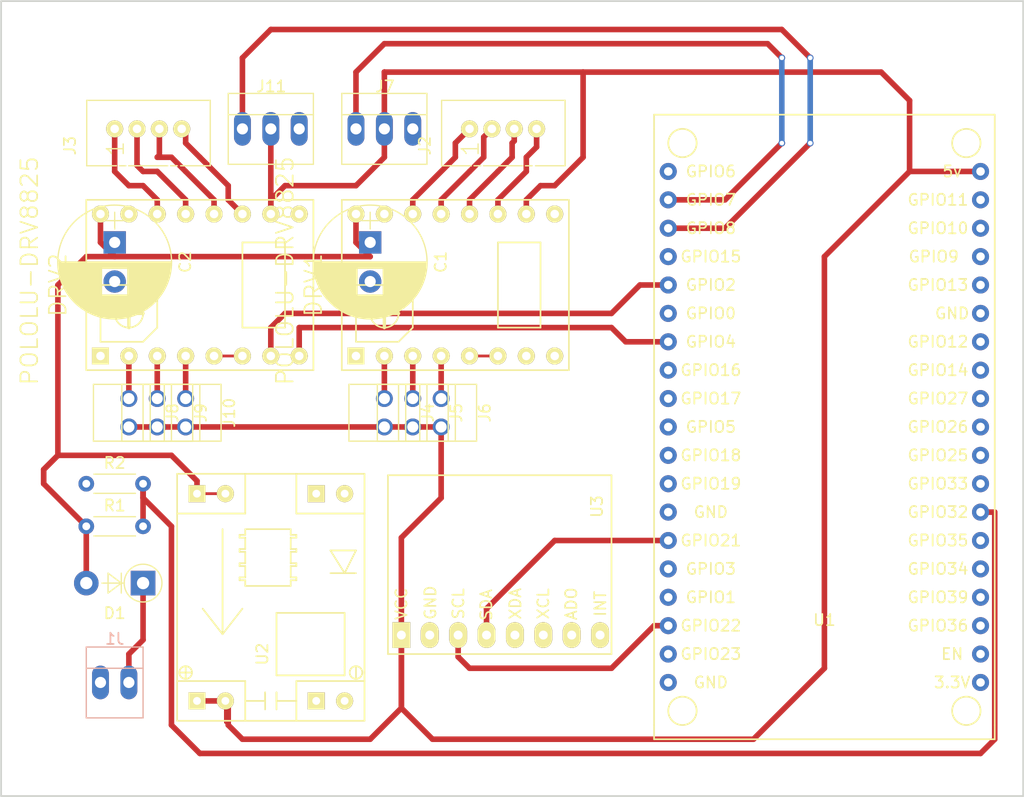
<source format=kicad_pcb>
(kicad_pcb (version 4) (host pcbnew 4.0.6)

  (general
    (links 63)
    (no_connects 20)
    (area 114.199999 91.339999 205.840001 162.660001)
    (thickness 1.6)
    (drawings 13)
    (tracks 164)
    (zones 0)
    (modules 21)
    (nets 30)
  )

  (page A4)
  (layers
    (0 F.Cu signal)
    (31 B.Cu signal)
    (32 B.Adhes user)
    (33 F.Adhes user)
    (34 B.Paste user)
    (35 F.Paste user)
    (36 B.SilkS user)
    (37 F.SilkS user)
    (38 B.Mask user)
    (39 F.Mask user)
    (40 Dwgs.User user)
    (41 Cmts.User user)
    (42 Eco1.User user)
    (43 Eco2.User user)
    (44 Edge.Cuts user)
    (45 Margin user)
    (46 B.CrtYd user)
    (47 F.CrtYd user)
    (48 B.Fab user)
    (49 F.Fab user)
  )

  (setup
    (last_trace_width 0.5)
    (trace_clearance 0.2)
    (zone_clearance 0.508)
    (zone_45_only no)
    (trace_min 0.2)
    (segment_width 0.2)
    (edge_width 0.15)
    (via_size 0.6)
    (via_drill 0.4)
    (via_min_size 0.4)
    (via_min_drill 0.3)
    (uvia_size 0.3)
    (uvia_drill 0.1)
    (uvias_allowed no)
    (uvia_min_size 0.2)
    (uvia_min_drill 0.1)
    (pcb_text_width 0.3)
    (pcb_text_size 1.5 1.5)
    (mod_edge_width 0.15)
    (mod_text_size 1 1)
    (mod_text_width 0.15)
    (pad_size 1.524 1.524)
    (pad_drill 0.762)
    (pad_to_mask_clearance 0.2)
    (aux_axis_origin 0 0)
    (grid_origin 147.32 99.06)
    (visible_elements 7FFFFFFF)
    (pcbplotparams
      (layerselection 0x00030_80000001)
      (usegerberextensions false)
      (excludeedgelayer true)
      (linewidth 0.100000)
      (plotframeref false)
      (viasonmask false)
      (mode 1)
      (useauxorigin false)
      (hpglpennumber 1)
      (hpglpenspeed 20)
      (hpglpendiameter 15)
      (hpglpenoverlay 2)
      (psnegative false)
      (psa4output false)
      (plotreference true)
      (plotvalue true)
      (plotinvisibletext false)
      (padsonsilk false)
      (subtractmaskfromsilk false)
      (outputformat 1)
      (mirror false)
      (drillshape 1)
      (scaleselection 1)
      (outputdirectory ""))
  )

  (net 0 "")
  (net 1 "Net-(DRV1-Pad2)")
  (net 2 "Net-(DRV1-Pad3)")
  (net 3 "Net-(DRV1-Pad4)")
  (net 4 "Net-(DRV1-Pad5)")
  (net 5 "Net-(DRV1-Pad7)")
  (net 6 "Net-(DRV1-Pad8)")
  (net 7 "Net-(DRV1-Pad11)")
  (net 8 "Net-(DRV1-Pad12)")
  (net 9 "Net-(DRV1-Pad13)")
  (net 10 "Net-(DRV1-Pad14)")
  (net 11 "Net-(DRV2-Pad2)")
  (net 12 "Net-(DRV2-Pad3)")
  (net 13 "Net-(DRV2-Pad4)")
  (net 14 "Net-(DRV2-Pad5)")
  (net 15 "Net-(DRV2-Pad7)")
  (net 16 "Net-(DRV2-Pad8)")
  (net 17 "Net-(DRV2-Pad11)")
  (net 18 "Net-(DRV2-Pad12)")
  (net 19 "Net-(DRV2-Pad13)")
  (net 20 "Net-(DRV2-Pad14)")
  (net 21 +12V)
  (net 22 GND)
  (net 23 "Net-(R1-Pad2)")
  (net 24 "Net-(U1-Pad22)")
  (net 25 "Net-(U1-Pad25)")
  (net 26 "Net-(J7-Pad1)")
  (net 27 "Net-(J11-Pad1)")
  (net 28 +5V)
  (net 29 "Net-(C1-Pad1)")

  (net_class Default "This is the default net class."
    (clearance 0.2)
    (trace_width 0.5)
    (via_dia 0.6)
    (via_drill 0.4)
    (uvia_dia 0.3)
    (uvia_drill 0.1)
    (add_net +12V)
    (add_net +5V)
    (add_net GND)
    (add_net "Net-(C1-Pad1)")
    (add_net "Net-(DRV1-Pad11)")
    (add_net "Net-(DRV1-Pad12)")
    (add_net "Net-(DRV1-Pad13)")
    (add_net "Net-(DRV1-Pad14)")
    (add_net "Net-(DRV1-Pad2)")
    (add_net "Net-(DRV1-Pad3)")
    (add_net "Net-(DRV1-Pad4)")
    (add_net "Net-(DRV1-Pad5)")
    (add_net "Net-(DRV1-Pad7)")
    (add_net "Net-(DRV1-Pad8)")
    (add_net "Net-(DRV2-Pad11)")
    (add_net "Net-(DRV2-Pad12)")
    (add_net "Net-(DRV2-Pad13)")
    (add_net "Net-(DRV2-Pad14)")
    (add_net "Net-(DRV2-Pad2)")
    (add_net "Net-(DRV2-Pad3)")
    (add_net "Net-(DRV2-Pad4)")
    (add_net "Net-(DRV2-Pad5)")
    (add_net "Net-(DRV2-Pad7)")
    (add_net "Net-(DRV2-Pad8)")
    (add_net "Net-(J11-Pad1)")
    (add_net "Net-(J7-Pad1)")
    (add_net "Net-(R1-Pad2)")
    (add_net "Net-(U1-Pad22)")
    (add_net "Net-(U1-Pad25)")
  )

  (module footprint:POLOLU-DRV8825 (layer F.Cu) (tedit 55F47BD3) (tstamp 5A588255)
    (at 156.21 115.57 90)
    (path /5A587D6B)
    (fp_text reference DRV1 (at -1.27 -13.97 90) (layer F.SilkS)
      (effects (font (size 1.5 1.5) (thickness 0.15)))
    )
    (fp_text value POLOLU-DRV8825 (at 0 -16.51 90) (layer F.SilkS)
      (effects (font (size 1.5 1.5) (thickness 0.15)))
    )
    (fp_circle (center -3.81 -7.62) (end -2.54 -7.62) (layer F.SilkS) (width 0.15))
    (fp_line (start -6.35 -10.16) (end -1.27 -10.16) (layer F.SilkS) (width 0.15))
    (fp_line (start -1.27 -10.16) (end -1.27 -5.08) (layer F.SilkS) (width 0.15))
    (fp_line (start -1.27 -5.08) (end -5.08 -5.08) (layer F.SilkS) (width 0.15))
    (fp_line (start -5.08 -5.08) (end -6.35 -6.35) (layer F.SilkS) (width 0.15))
    (fp_line (start -6.35 -6.35) (end -6.35 -10.16) (layer F.SilkS) (width 0.15))
    (fp_line (start -5.08 -7.62) (end -2.54 -7.62) (layer F.SilkS) (width 0.3))
    (fp_line (start -3.81 -8.89) (end -3.81 -6.35) (layer F.SilkS) (width 0.3))
    (fp_line (start -5.08 2.54) (end 2.54 2.54) (layer F.SilkS) (width 0.15))
    (fp_line (start 2.54 2.54) (end 2.54 6.35) (layer F.SilkS) (width 0.15))
    (fp_line (start 2.54 6.35) (end -5.08 6.35) (layer F.SilkS) (width 0.15))
    (fp_line (start -5.08 6.35) (end -5.08 2.54) (layer F.SilkS) (width 0.15))
    (fp_line (start -8.89 -11.43) (end 6.35 -11.43) (layer F.SilkS) (width 0.15))
    (fp_line (start 6.35 -11.43) (end 6.35 8.89) (layer F.SilkS) (width 0.15))
    (fp_line (start 6.35 8.89) (end -8.89 8.89) (layer F.SilkS) (width 0.15))
    (fp_line (start -8.89 8.89) (end -8.89 -11.43) (layer F.SilkS) (width 0.15))
    (pad 1 thru_hole rect (at -7.62 -10.16 90) (size 1.524 1.524) (drill 0.762) (layers *.Cu *.Mask F.SilkS))
    (pad 2 thru_hole circle (at -7.62 -7.62 90) (size 1.524 1.524) (drill 0.762) (layers *.Cu *.Mask F.SilkS)
      (net 1 "Net-(DRV1-Pad2)"))
    (pad 3 thru_hole circle (at -7.62 -5.08 90) (size 1.524 1.524) (drill 0.762) (layers *.Cu *.Mask F.SilkS)
      (net 2 "Net-(DRV1-Pad3)"))
    (pad 4 thru_hole circle (at -7.62 -2.54 90) (size 1.524 1.524) (drill 0.762) (layers *.Cu *.Mask F.SilkS)
      (net 3 "Net-(DRV1-Pad4)"))
    (pad 5 thru_hole circle (at -7.62 0 90) (size 1.524 1.524) (drill 0.762) (layers *.Cu *.Mask F.SilkS)
      (net 4 "Net-(DRV1-Pad5)"))
    (pad 6 thru_hole circle (at -7.62 2.54 90) (size 1.524 1.524) (drill 0.762) (layers *.Cu *.Mask F.SilkS)
      (net 4 "Net-(DRV1-Pad5)"))
    (pad 7 thru_hole circle (at -7.62 5.08 90) (size 1.524 1.524) (drill 0.762) (layers *.Cu *.Mask F.SilkS)
      (net 5 "Net-(DRV1-Pad7)"))
    (pad 8 thru_hole circle (at -7.62 7.62 90) (size 1.524 1.524) (drill 0.762) (layers *.Cu *.Mask F.SilkS)
      (net 6 "Net-(DRV1-Pad8)"))
    (pad 9 thru_hole circle (at 5.08 7.62 90) (size 1.524 1.524) (drill 0.762) (layers *.Cu *.Mask F.SilkS)
      (net 22 GND))
    (pad 10 thru_hole circle (at 5.08 5.08 90) (size 1.524 1.524) (drill 0.762) (layers *.Cu *.Mask F.SilkS)
      (net 28 +5V))
    (pad 11 thru_hole circle (at 5.08 2.54 90) (size 1.524 1.524) (drill 0.762) (layers *.Cu *.Mask F.SilkS)
      (net 7 "Net-(DRV1-Pad11)"))
    (pad 12 thru_hole circle (at 5.08 0 90) (size 1.524 1.524) (drill 0.762) (layers *.Cu *.Mask F.SilkS)
      (net 8 "Net-(DRV1-Pad12)"))
    (pad 13 thru_hole circle (at 5.08 -2.54 90) (size 1.524 1.524) (drill 0.762) (layers *.Cu *.Mask F.SilkS)
      (net 9 "Net-(DRV1-Pad13)"))
    (pad 14 thru_hole circle (at 5.08 -5.08 90) (size 1.524 1.524) (drill 0.762) (layers *.Cu *.Mask F.SilkS)
      (net 10 "Net-(DRV1-Pad14)"))
    (pad 15 thru_hole circle (at 5.08 -7.62 90) (size 1.524 1.524) (drill 0.762) (layers *.Cu *.Mask F.SilkS)
      (net 22 GND))
    (pad 16 thru_hole circle (at 5.08 -10.16 90) (size 1.524 1.524) (drill 0.762) (layers *.Cu *.Mask F.SilkS)
      (net 29 "Net-(C1-Pad1)"))
  )

  (module footprint:POLOLU-DRV8825 (layer F.Cu) (tedit 55F47BD3) (tstamp 5A588279)
    (at 133.35 115.57 90)
    (path /5A587DE2)
    (fp_text reference DRV2 (at -1.27 -13.97 90) (layer F.SilkS)
      (effects (font (size 1.5 1.5) (thickness 0.15)))
    )
    (fp_text value POLOLU-DRV8825 (at 0 -16.51 90) (layer F.SilkS)
      (effects (font (size 1.5 1.5) (thickness 0.15)))
    )
    (fp_circle (center -3.81 -7.62) (end -2.54 -7.62) (layer F.SilkS) (width 0.15))
    (fp_line (start -6.35 -10.16) (end -1.27 -10.16) (layer F.SilkS) (width 0.15))
    (fp_line (start -1.27 -10.16) (end -1.27 -5.08) (layer F.SilkS) (width 0.15))
    (fp_line (start -1.27 -5.08) (end -5.08 -5.08) (layer F.SilkS) (width 0.15))
    (fp_line (start -5.08 -5.08) (end -6.35 -6.35) (layer F.SilkS) (width 0.15))
    (fp_line (start -6.35 -6.35) (end -6.35 -10.16) (layer F.SilkS) (width 0.15))
    (fp_line (start -5.08 -7.62) (end -2.54 -7.62) (layer F.SilkS) (width 0.3))
    (fp_line (start -3.81 -8.89) (end -3.81 -6.35) (layer F.SilkS) (width 0.3))
    (fp_line (start -5.08 2.54) (end 2.54 2.54) (layer F.SilkS) (width 0.15))
    (fp_line (start 2.54 2.54) (end 2.54 6.35) (layer F.SilkS) (width 0.15))
    (fp_line (start 2.54 6.35) (end -5.08 6.35) (layer F.SilkS) (width 0.15))
    (fp_line (start -5.08 6.35) (end -5.08 2.54) (layer F.SilkS) (width 0.15))
    (fp_line (start -8.89 -11.43) (end 6.35 -11.43) (layer F.SilkS) (width 0.15))
    (fp_line (start 6.35 -11.43) (end 6.35 8.89) (layer F.SilkS) (width 0.15))
    (fp_line (start 6.35 8.89) (end -8.89 8.89) (layer F.SilkS) (width 0.15))
    (fp_line (start -8.89 8.89) (end -8.89 -11.43) (layer F.SilkS) (width 0.15))
    (pad 1 thru_hole rect (at -7.62 -10.16 90) (size 1.524 1.524) (drill 0.762) (layers *.Cu *.Mask F.SilkS))
    (pad 2 thru_hole circle (at -7.62 -7.62 90) (size 1.524 1.524) (drill 0.762) (layers *.Cu *.Mask F.SilkS)
      (net 11 "Net-(DRV2-Pad2)"))
    (pad 3 thru_hole circle (at -7.62 -5.08 90) (size 1.524 1.524) (drill 0.762) (layers *.Cu *.Mask F.SilkS)
      (net 12 "Net-(DRV2-Pad3)"))
    (pad 4 thru_hole circle (at -7.62 -2.54 90) (size 1.524 1.524) (drill 0.762) (layers *.Cu *.Mask F.SilkS)
      (net 13 "Net-(DRV2-Pad4)"))
    (pad 5 thru_hole circle (at -7.62 0 90) (size 1.524 1.524) (drill 0.762) (layers *.Cu *.Mask F.SilkS)
      (net 14 "Net-(DRV2-Pad5)"))
    (pad 6 thru_hole circle (at -7.62 2.54 90) (size 1.524 1.524) (drill 0.762) (layers *.Cu *.Mask F.SilkS)
      (net 14 "Net-(DRV2-Pad5)"))
    (pad 7 thru_hole circle (at -7.62 5.08 90) (size 1.524 1.524) (drill 0.762) (layers *.Cu *.Mask F.SilkS)
      (net 15 "Net-(DRV2-Pad7)"))
    (pad 8 thru_hole circle (at -7.62 7.62 90) (size 1.524 1.524) (drill 0.762) (layers *.Cu *.Mask F.SilkS)
      (net 16 "Net-(DRV2-Pad8)"))
    (pad 9 thru_hole circle (at 5.08 7.62 90) (size 1.524 1.524) (drill 0.762) (layers *.Cu *.Mask F.SilkS)
      (net 22 GND))
    (pad 10 thru_hole circle (at 5.08 5.08 90) (size 1.524 1.524) (drill 0.762) (layers *.Cu *.Mask F.SilkS)
      (net 28 +5V))
    (pad 11 thru_hole circle (at 5.08 2.54 90) (size 1.524 1.524) (drill 0.762) (layers *.Cu *.Mask F.SilkS)
      (net 17 "Net-(DRV2-Pad11)"))
    (pad 12 thru_hole circle (at 5.08 0 90) (size 1.524 1.524) (drill 0.762) (layers *.Cu *.Mask F.SilkS)
      (net 18 "Net-(DRV2-Pad12)"))
    (pad 13 thru_hole circle (at 5.08 -2.54 90) (size 1.524 1.524) (drill 0.762) (layers *.Cu *.Mask F.SilkS)
      (net 19 "Net-(DRV2-Pad13)"))
    (pad 14 thru_hole circle (at 5.08 -5.08 90) (size 1.524 1.524) (drill 0.762) (layers *.Cu *.Mask F.SilkS)
      (net 20 "Net-(DRV2-Pad14)"))
    (pad 15 thru_hole circle (at 5.08 -7.62 90) (size 1.524 1.524) (drill 0.762) (layers *.Cu *.Mask F.SilkS)
      (net 22 GND))
    (pad 16 thru_hole circle (at 5.08 -10.16 90) (size 1.524 1.524) (drill 0.762) (layers *.Cu *.Mask F.SilkS)
      (net 29 "Net-(C1-Pad1)"))
  )

  (module footprint:MP1584_buck_module (layer F.Cu) (tedit 55D1F7A1) (tstamp 5A5882CE)
    (at 138.43 144.78 270)
    (path /5A588044)
    (fp_text reference U2 (at 5.08 0.762 270) (layer F.SilkS)
      (effects (font (size 1 1) (thickness 0.15)))
    )
    (fp_text value MP1584 (at 0.635 9.144 270) (layer F.Fab)
      (effects (font (size 1 1) (thickness 0.15)))
    )
    (fp_line (start 3.302 4.318) (end 1.016 6.096) (layer F.SilkS) (width 0.15))
    (fp_line (start -6.096 4.318) (end 3.302 4.318) (layer F.SilkS) (width 0.15))
    (fp_line (start 3.302 4.318) (end 1.016 2.54) (layer F.SilkS) (width 0.15))
    (fp_line (start -1.524 -1.778) (end -1.016 -1.778) (layer F.SilkS) (width 0.15))
    (fp_line (start -1.016 -1.778) (end -1.016 2.286) (layer F.SilkS) (width 0.15))
    (fp_line (start -1.016 2.286) (end -1.524 2.286) (layer F.SilkS) (width 0.15))
    (fp_line (start -1.524 2.286) (end -1.524 2.794) (layer F.SilkS) (width 0.15))
    (fp_line (start -1.524 2.794) (end -1.778 2.794) (layer F.SilkS) (width 0.15))
    (fp_line (start -1.778 2.794) (end -1.778 2.286) (layer F.SilkS) (width 0.15))
    (fp_line (start -1.778 2.286) (end -2.794 2.286) (layer F.SilkS) (width 0.15))
    (fp_line (start -2.794 2.286) (end -2.794 2.794) (layer F.SilkS) (width 0.15))
    (fp_line (start -2.794 2.794) (end -3.048 2.794) (layer F.SilkS) (width 0.15))
    (fp_line (start -3.048 2.794) (end -3.048 2.286) (layer F.SilkS) (width 0.15))
    (fp_line (start -3.048 2.286) (end -4.064 2.286) (layer F.SilkS) (width 0.15))
    (fp_line (start -4.064 2.286) (end -4.064 2.794) (layer F.SilkS) (width 0.15))
    (fp_line (start -4.064 2.794) (end -4.318 2.794) (layer F.SilkS) (width 0.15))
    (fp_line (start -4.318 2.794) (end -4.318 2.286) (layer F.SilkS) (width 0.15))
    (fp_line (start -4.318 2.286) (end -5.334 2.286) (layer F.SilkS) (width 0.15))
    (fp_line (start -5.334 2.286) (end -5.334 2.794) (layer F.SilkS) (width 0.15))
    (fp_line (start -5.334 2.794) (end -5.588 2.794) (layer F.SilkS) (width 0.15))
    (fp_line (start -5.588 2.794) (end -5.588 2.286) (layer F.SilkS) (width 0.15))
    (fp_line (start -5.588 2.286) (end -6.096 2.286) (layer F.SilkS) (width 0.15))
    (fp_line (start -6.096 2.286) (end -6.096 2.032) (layer F.SilkS) (width 0.15))
    (fp_line (start -2.794 -1.778) (end -1.778 -1.778) (layer F.SilkS) (width 0.15))
    (fp_line (start -4.064 -1.778) (end -3.048 -1.778) (layer F.SilkS) (width 0.15))
    (fp_line (start -5.334 -1.778) (end -4.318 -1.778) (layer F.SilkS) (width 0.15))
    (fp_line (start -1.778 -1.778) (end -1.778 -2.286) (layer F.SilkS) (width 0.15))
    (fp_line (start -1.778 -2.286) (end -1.524 -2.286) (layer F.SilkS) (width 0.15))
    (fp_line (start -3.048 -1.778) (end -3.048 -2.286) (layer F.SilkS) (width 0.15))
    (fp_line (start -3.048 -2.286) (end -2.794 -2.286) (layer F.SilkS) (width 0.15))
    (fp_line (start -4.318 -1.778) (end -4.318 -2.286) (layer F.SilkS) (width 0.15))
    (fp_line (start -4.318 -2.286) (end -4.064 -2.286) (layer F.SilkS) (width 0.15))
    (fp_line (start -6.096 2.032) (end -6.096 -1.778) (layer F.SilkS) (width 0.15))
    (fp_line (start -6.096 -1.778) (end -5.842 -1.778) (layer F.SilkS) (width 0.15))
    (fp_line (start -5.842 -1.778) (end -5.588 -1.778) (layer F.SilkS) (width 0.15))
    (fp_line (start -5.588 -1.778) (end -5.588 -2.286) (layer F.SilkS) (width 0.15))
    (fp_line (start -5.588 -2.286) (end -5.334 -2.286) (layer F.SilkS) (width 0.15))
    (fp_line (start -1.524 -1.778) (end -1.524 -2.286) (layer F.SilkS) (width 0.15))
    (fp_line (start -2.794 -2.286) (end -2.794 -1.778) (layer F.SilkS) (width 0.15))
    (fp_line (start -4.064 -1.778) (end -4.064 -2.286) (layer F.SilkS) (width 0.15))
    (fp_line (start -5.334 -1.778) (end -5.334 -2.286) (layer F.SilkS) (width 0.15))
    (fp_line (start 10.033 0.508) (end 8.509 0.508) (layer F.SilkS) (width 0.15))
    (fp_line (start 8.509 0.508) (end 9.271 0.508) (layer F.SilkS) (width 0.15))
    (fp_line (start 9.271 0.508) (end 9.271 2.286) (layer F.SilkS) (width 0.15))
    (fp_line (start 9.271 -2.286) (end 9.271 -0.508) (layer F.SilkS) (width 0.15))
    (fp_line (start 9.271 -0.508) (end 8.509 -0.508) (layer F.SilkS) (width 0.15))
    (fp_line (start 8.509 -0.508) (end 10.033 -0.508) (layer F.SilkS) (width 0.15))
    (fp_line (start -2.159 -7.62) (end -2.159 -5.334) (layer F.SilkS) (width 0.15))
    (fp_line (start -4.191 -7.62) (end -4.191 -5.334) (layer F.SilkS) (width 0.15))
    (fp_line (start -4.191 -5.334) (end -2.159 -6.604) (layer F.SilkS) (width 0.15))
    (fp_line (start -2.159 -6.604) (end -4.191 -7.62) (layer F.SilkS) (width 0.15))
    (fp_line (start 6.223 -6.604) (end 1.397 -6.604) (layer F.SilkS) (width 0.15))
    (fp_line (start 1.397 -6.604) (end 1.397 -0.508) (layer F.SilkS) (width 0.15))
    (fp_line (start 1.397 -0.508) (end 6.985 -0.508) (layer F.SilkS) (width 0.15))
    (fp_line (start 6.985 -0.508) (end 6.985 -6.604) (layer F.SilkS) (width 0.15))
    (fp_line (start 6.985 -6.604) (end 6.223 -6.604) (layer F.SilkS) (width 0.15))
    (fp_line (start 6.223 -7.62) (end 7.239 -7.62) (layer F.SilkS) (width 0.15))
    (fp_circle (center 6.731 -7.62) (end 7.239 -7.874) (layer F.SilkS) (width 0.15))
    (fp_line (start 6.731 7.112) (end 6.731 8.128) (layer F.SilkS) (width 0.15))
    (fp_line (start 6.223 7.62) (end 7.239 7.62) (layer F.SilkS) (width 0.15))
    (fp_circle (center 6.731 7.62) (end 7.239 7.874) (layer F.SilkS) (width 0.15))
    (fp_line (start 7.493 8.382) (end 7.493 2.286) (layer F.SilkS) (width 0.15))
    (fp_line (start 7.493 2.286) (end 11.049 2.286) (layer F.SilkS) (width 0.15))
    (fp_line (start 11.049 -2.286) (end 7.493 -2.286) (layer F.SilkS) (width 0.15))
    (fp_line (start 7.493 -2.286) (end 7.493 -8.382) (layer F.SilkS) (width 0.15))
    (fp_line (start -11.049 2.286) (end -7.493 2.286) (layer F.SilkS) (width 0.15))
    (fp_line (start -7.493 2.286) (end -7.493 8.382) (layer F.SilkS) (width 0.15))
    (fp_line (start -7.493 -8.382) (end -7.493 -2.286) (layer F.SilkS) (width 0.15))
    (fp_line (start -7.493 -2.286) (end -11.049 -2.286) (layer F.SilkS) (width 0.15))
    (fp_line (start -11.049 -8.382) (end 11.049 -8.382) (layer F.SilkS) (width 0.15))
    (fp_line (start 11.049 -8.382) (end 11.049 8.382) (layer F.SilkS) (width 0.15))
    (fp_line (start 11.049 8.382) (end -11.049 8.382) (layer F.SilkS) (width 0.15))
    (fp_line (start -11.049 8.382) (end -11.049 -8.382) (layer F.SilkS) (width 0.15))
    (pad 2 thru_hole circle (at -9.271 -6.604 270) (size 1.524 1.524) (drill 0.7) (layers *.Cu *.Mask F.SilkS)
      (net 22 GND))
    (pad 1 thru_hole rect (at -9.271 6.604 270) (size 1.524 1.524) (drill 0.7) (layers *.Cu *.Mask F.SilkS)
      (net 29 "Net-(C1-Pad1)"))
    (pad 3 thru_hole circle (at 9.271 -6.604 270) (size 1.524 1.524) (drill 0.7) (layers *.Cu *.Mask F.SilkS)
      (net 22 GND))
    (pad 4 thru_hole rect (at 9.271 6.604 270) (size 1.524 1.524) (drill 0.7) (layers *.Cu *.Mask F.SilkS)
      (net 28 +5V))
    (pad 3 thru_hole rect (at 9.271 -4.064 270) (size 1.524 1.524) (drill 0.7) (layers *.Cu *.Mask F.SilkS)
      (net 22 GND))
    (pad 2 thru_hole rect (at -9.271 -4.064 270) (size 1.524 1.524) (drill 0.7) (layers *.Cu *.Mask F.SilkS)
      (net 22 GND))
    (pad 1 thru_hole circle (at -9.271 4.064 270) (size 1.524 1.524) (drill 0.7) (layers *.Cu *.Mask F.SilkS)
      (net 29 "Net-(C1-Pad1)"))
    (pad 4 thru_hole circle (at 9.271 4.064 270) (size 1.524 1.524) (drill 0.7) (layers *.Cu *.Mask F.SilkS)
      (net 28 +5V))
  )

  (module footprint:Esp32Dev (layer F.Cu) (tedit 5A58428A) (tstamp 5A5886C7)
    (at 187.96 125.73 180)
    (path /5A58442C)
    (fp_text reference U1 (at 0 -21.09 180) (layer F.SilkS)
      (effects (font (size 1 1) (thickness 0.15)))
    )
    (fp_text value Esp32Dev (at 0 -15.74 180) (layer F.Fab)
      (effects (font (size 1 1) (thickness 0.15)))
    )
    (fp_text user GPIO6 (at 10.16 19.05 180) (layer F.SilkS)
      (effects (font (size 1 1) (thickness 0.15)))
    )
    (fp_text user GPIO7 (at 10.16 16.51 180) (layer F.SilkS)
      (effects (font (size 1 1) (thickness 0.15)))
    )
    (fp_text user GPIO8 (at 10.16 13.97 180) (layer F.SilkS)
      (effects (font (size 1 1) (thickness 0.15)))
    )
    (fp_text user GPIO15 (at 10.16 11.43 180) (layer F.SilkS)
      (effects (font (size 1 1) (thickness 0.15)))
    )
    (fp_text user GPIO2 (at 10.16 8.89 180) (layer F.SilkS)
      (effects (font (size 1 1) (thickness 0.15)))
    )
    (fp_text user GPIO0 (at 10.16 6.35 180) (layer F.SilkS)
      (effects (font (size 1 1) (thickness 0.15)))
    )
    (fp_text user GPIO4 (at 10.16 3.81 180) (layer F.SilkS)
      (effects (font (size 1 1) (thickness 0.15)))
    )
    (fp_text user GPIO16 (at 10.16 1.27 180) (layer F.SilkS)
      (effects (font (size 1 1) (thickness 0.15)))
    )
    (fp_text user GPIO17 (at 10.16 -1.27 180) (layer F.SilkS)
      (effects (font (size 1 1) (thickness 0.15)))
    )
    (fp_text user GPIO5 (at 10.16 -3.81 180) (layer F.SilkS)
      (effects (font (size 1 1) (thickness 0.15)))
    )
    (fp_text user GPIO18 (at 10.16 -6.35 180) (layer F.SilkS)
      (effects (font (size 1 1) (thickness 0.15)))
    )
    (fp_text user GPIO19 (at 10.16 -8.89 180) (layer F.SilkS)
      (effects (font (size 1 1) (thickness 0.15)))
    )
    (fp_text user GND (at 10.16 -11.43 180) (layer F.SilkS)
      (effects (font (size 1 1) (thickness 0.15)))
    )
    (fp_text user GPIO21 (at 10.16 -13.97 180) (layer F.SilkS)
      (effects (font (size 1 1) (thickness 0.15)))
    )
    (fp_text user GPIO3 (at 10.16 -16.51 180) (layer F.SilkS)
      (effects (font (size 1 1) (thickness 0.15)))
    )
    (fp_text user GPIO1 (at 10.16 -19.05 180) (layer F.SilkS)
      (effects (font (size 1 1) (thickness 0.15)))
    )
    (fp_text user GPIO22 (at 10.16 -21.59 180) (layer F.SilkS)
      (effects (font (size 1 1) (thickness 0.15)))
    )
    (fp_text user GPIO23 (at 10.16 -24.13 180) (layer F.SilkS)
      (effects (font (size 1 1) (thickness 0.15)))
    )
    (fp_text user GND (at 10.16 -26.67 180) (layer F.SilkS)
      (effects (font (size 1 1) (thickness 0.15)))
    )
    (fp_text user 3.3V (at -11.43 -26.67 180) (layer F.SilkS)
      (effects (font (size 1 1) (thickness 0.15)))
    )
    (fp_text user EN (at -11.43 -24.13 180) (layer F.SilkS)
      (effects (font (size 1 1) (thickness 0.15)))
    )
    (fp_text user GPIO36 (at -10.16 -21.59 180) (layer F.SilkS)
      (effects (font (size 1 1) (thickness 0.15)))
    )
    (fp_text user GPIO39 (at -10.16 -19.05 180) (layer F.SilkS)
      (effects (font (size 1 1) (thickness 0.15)))
    )
    (fp_text user GPIO34 (at -10.16 -16.51 180) (layer F.SilkS)
      (effects (font (size 1 1) (thickness 0.15)))
    )
    (fp_text user GPIO35 (at -10.16 -13.97 180) (layer F.SilkS)
      (effects (font (size 1 1) (thickness 0.15)))
    )
    (fp_text user GPIO32 (at -10.16 -11.43 180) (layer F.SilkS)
      (effects (font (size 1 1) (thickness 0.15)))
    )
    (fp_text user GPIO33 (at -10.16 -8.89 180) (layer F.SilkS)
      (effects (font (size 1 1) (thickness 0.15)))
    )
    (fp_text user GPIO25 (at -10.16 -6.35 180) (layer F.SilkS)
      (effects (font (size 1 1) (thickness 0.15)))
    )
    (fp_text user GPIO26 (at -10.16 -3.81 180) (layer F.SilkS)
      (effects (font (size 1 1) (thickness 0.15)))
    )
    (fp_text user GPIO27 (at -10.16 -1.27 180) (layer F.SilkS)
      (effects (font (size 1 1) (thickness 0.15)))
    )
    (fp_text user GPIO14 (at -10.16 1.27 180) (layer F.SilkS)
      (effects (font (size 1 1) (thickness 0.15)))
    )
    (fp_text user GPIO12 (at -10.16 3.81 180) (layer F.SilkS)
      (effects (font (size 1 1) (thickness 0.15)))
    )
    (fp_text user GND (at -11.43 6.35 180) (layer F.SilkS)
      (effects (font (size 1 1) (thickness 0.15)))
    )
    (fp_text user GPIO13 (at -10.16 8.89 180) (layer F.SilkS)
      (effects (font (size 1 1) (thickness 0.15)))
    )
    (fp_text user "GPIO9 " (at -10.16 11.43 180) (layer F.SilkS)
      (effects (font (size 1 1) (thickness 0.15)))
    )
    (fp_text user GPIO10 (at -10.16 13.97 180) (layer F.SilkS)
      (effects (font (size 1 1) (thickness 0.15)))
    )
    (fp_text user GPIO11 (at -10.16 16.51 180) (layer F.SilkS)
      (effects (font (size 1 1) (thickness 0.15)))
    )
    (fp_text user 5v (at -11.43 19.05 180) (layer F.SilkS)
      (effects (font (size 1 1) (thickness 0.15)))
    )
    (fp_circle (center 12.7 21.59) (end 13.97 21.59) (layer F.SilkS) (width 0.15))
    (fp_circle (center -12.7 21.59) (end -11.43 21.59) (layer F.SilkS) (width 0.15))
    (fp_circle (center 12.7 -29.21) (end 12.7 -27.94) (layer F.SilkS) (width 0.15))
    (fp_circle (center -12.7 -29.21) (end -11.43 -29.21) (layer F.SilkS) (width 0.15))
    (fp_line (start -15.24 -30.48) (end -15.24 -31.75) (layer F.SilkS) (width 0.15))
    (fp_line (start -15.24 -31.75) (end 15.24 -31.75) (layer F.SilkS) (width 0.15))
    (fp_line (start 15.24 -31.75) (end 15.24 -30.48) (layer F.SilkS) (width 0.15))
    (fp_line (start -15.24 22.86) (end -15.24 24.13) (layer F.SilkS) (width 0.15))
    (fp_line (start -15.24 24.13) (end 15.24 24.13) (layer F.SilkS) (width 0.15))
    (fp_line (start 15.24 24.13) (end 15.24 22.86) (layer F.SilkS) (width 0.15))
    (fp_line (start -15.24 22.86) (end -15.24 -30.48) (layer F.SilkS) (width 0.15))
    (fp_line (start 15.24 -30.48) (end 15.24 22.86) (layer F.SilkS) (width 0.15))
    (pad 1 thru_hole circle (at -13.97 19.05 180) (size 1.524 1.524) (drill 0.762) (layers *.Cu *.Mask)
      (net 28 +5V))
    (pad 2 thru_hole circle (at -13.97 16.51 180) (size 1.524 1.524) (drill 0.762) (layers *.Cu *.Mask))
    (pad 3 thru_hole circle (at -13.97 13.97 180) (size 1.524 1.524) (drill 0.762) (layers *.Cu *.Mask))
    (pad 4 thru_hole circle (at -13.97 11.43 180) (size 1.524 1.524) (drill 0.762) (layers *.Cu *.Mask))
    (pad 5 thru_hole circle (at -13.97 8.89 180) (size 1.524 1.524) (drill 0.762) (layers *.Cu *.Mask))
    (pad 6 thru_hole circle (at -13.97 6.35 180) (size 1.524 1.524) (drill 0.762) (layers *.Cu *.Mask)
      (net 22 GND))
    (pad 7 thru_hole circle (at -13.97 3.81 180) (size 1.524 1.524) (drill 0.762) (layers *.Cu *.Mask))
    (pad 8 thru_hole circle (at -13.97 1.27 180) (size 1.524 1.524) (drill 0.762) (layers *.Cu *.Mask))
    (pad 9 thru_hole circle (at -13.97 -1.27 180) (size 1.524 1.524) (drill 0.762) (layers *.Cu *.Mask))
    (pad 10 thru_hole circle (at -13.97 -3.81 180) (size 1.524 1.524) (drill 0.762) (layers *.Cu *.Mask))
    (pad 11 thru_hole circle (at -13.97 -6.35 180) (size 1.524 1.524) (drill 0.762) (layers *.Cu *.Mask))
    (pad 12 thru_hole circle (at -13.97 -8.89 180) (size 1.524 1.524) (drill 0.762) (layers *.Cu *.Mask))
    (pad 13 thru_hole circle (at -13.97 -11.43 180) (size 1.524 1.524) (drill 0.762) (layers *.Cu *.Mask)
      (net 23 "Net-(R1-Pad2)"))
    (pad 14 thru_hole circle (at -13.97 -13.97 180) (size 1.524 1.524) (drill 0.762) (layers *.Cu *.Mask))
    (pad 15 thru_hole circle (at -13.97 -16.51 180) (size 1.524 1.524) (drill 0.762) (layers *.Cu *.Mask))
    (pad 16 thru_hole circle (at -13.97 -19.05 180) (size 1.524 1.524) (drill 0.762) (layers *.Cu *.Mask)
      (net 5 "Net-(DRV1-Pad7)"))
    (pad 17 thru_hole circle (at -13.97 -21.59 180) (size 1.524 1.524) (drill 0.762) (layers *.Cu *.Mask)
      (net 6 "Net-(DRV1-Pad8)"))
    (pad 18 thru_hole circle (at -13.97 -24.13 180) (size 1.524 1.524) (drill 0.762) (layers *.Cu *.Mask))
    (pad 19 thru_hole circle (at -13.97 -26.67 180) (size 1.524 1.524) (drill 0.762) (layers *.Cu *.Mask))
    (pad 20 thru_hole circle (at 13.97 -26.67 180) (size 1.524 1.524) (drill 0.762) (layers *.Cu *.Mask)
      (net 22 GND))
    (pad 21 thru_hole circle (at 13.97 -24.13 180) (size 1.524 1.524) (drill 0.762) (layers *.Cu *.Mask))
    (pad 22 thru_hole circle (at 13.97 -21.59 180) (size 1.524 1.524) (drill 0.762) (layers *.Cu *.Mask)
      (net 24 "Net-(U1-Pad22)"))
    (pad 23 thru_hole circle (at 13.97 -19.05 180) (size 1.524 1.524) (drill 0.762) (layers *.Cu *.Mask))
    (pad 24 thru_hole circle (at 13.97 -16.51 180) (size 1.524 1.524) (drill 0.762) (layers *.Cu *.Mask))
    (pad 25 thru_hole circle (at 13.97 -13.97 180) (size 1.524 1.524) (drill 0.762) (layers *.Cu *.Mask)
      (net 25 "Net-(U1-Pad25)"))
    (pad 26 thru_hole circle (at 13.97 -11.43 180) (size 1.524 1.524) (drill 0.762) (layers *.Cu *.Mask))
    (pad 27 thru_hole circle (at 13.97 -8.89 180) (size 1.524 1.524) (drill 0.762) (layers *.Cu *.Mask))
    (pad 28 thru_hole circle (at 13.97 -6.35 180) (size 1.524 1.524) (drill 0.762) (layers *.Cu *.Mask))
    (pad 29 thru_hole circle (at 13.97 -3.81 180) (size 1.524 1.524) (drill 0.762) (layers *.Cu *.Mask))
    (pad 30 thru_hole circle (at 13.97 -1.27 180) (size 1.524 1.524) (drill 0.762) (layers *.Cu *.Mask))
    (pad 31 thru_hole circle (at 13.97 1.27 180) (size 1.524 1.524) (drill 0.762) (layers *.Cu *.Mask))
    (pad 32 thru_hole circle (at 13.97 3.81 180) (size 1.524 1.524) (drill 0.762) (layers *.Cu *.Mask)
      (net 16 "Net-(DRV2-Pad8)"))
    (pad 33 thru_hole circle (at 13.97 6.35 180) (size 1.524 1.524) (drill 0.762) (layers *.Cu *.Mask))
    (pad 34 thru_hole circle (at 13.97 8.89 180) (size 1.524 1.524) (drill 0.762) (layers *.Cu *.Mask)
      (net 15 "Net-(DRV2-Pad7)"))
    (pad 35 thru_hole circle (at 13.97 11.43 180) (size 1.524 1.524) (drill 0.762) (layers *.Cu *.Mask))
    (pad 36 thru_hole circle (at 13.97 13.97 180) (size 1.524 1.524) (drill 0.762) (layers *.Cu *.Mask)
      (net 27 "Net-(J11-Pad1)"))
    (pad 37 thru_hole circle (at 13.97 16.51 180) (size 1.524 1.524) (drill 0.762) (layers *.Cu *.Mask)
      (net 26 "Net-(J7-Pad1)"))
    (pad 38 thru_hole circle (at 13.97 19.05 180) (size 1.524 1.524) (drill 0.762) (layers *.Cu *.Mask))
  )

  (module footprint:MPU6050 (layer F.Cu) (tedit 563A08FA) (tstamp 5A58C6C3)
    (at 168.91 149.86 90)
    (path /5A589877)
    (fp_text reference U3 (at 13.2 -1.3 90) (layer F.SilkS)
      (effects (font (size 1 1) (thickness 0.15)))
    )
    (fp_text value MPU6050 (at 11.3 -18.1 90) (layer F.Fab)
      (effects (font (size 1 1) (thickness 0.15)))
    )
    (fp_text user INT (at 4.5 -1 90) (layer F.SilkS)
      (effects (font (size 1 1) (thickness 0.15)))
    )
    (fp_text user ADO (at 4.5 -3.6 90) (layer F.SilkS)
      (effects (font (size 1 1) (thickness 0.15)))
    )
    (fp_text user XCL (at 4.5 -6.1 90) (layer F.SilkS)
      (effects (font (size 1 1) (thickness 0.15)))
    )
    (fp_text user XDA (at 4.5 -8.6 90) (layer F.SilkS)
      (effects (font (size 1 1) (thickness 0.15)))
    )
    (fp_text user SDA (at 4.4 -11.2 90) (layer F.SilkS)
      (effects (font (size 1 1) (thickness 0.15)))
    )
    (fp_text user SCL (at 4.5 -13.7 90) (layer F.SilkS)
      (effects (font (size 1 1) (thickness 0.15)))
    )
    (fp_text user GND (at 4.6 -16.2 90) (layer F.SilkS)
      (effects (font (size 1 1) (thickness 0.15)))
    )
    (fp_text user VCC (at 4.5 -18.8 90) (layer F.SilkS)
      (effects (font (size 1 1) (thickness 0.15)))
    )
    (fp_line (start 0 0) (end 0 -20) (layer F.SilkS) (width 0.15))
    (fp_line (start 0 -20) (end 16 -20) (layer F.SilkS) (width 0.15))
    (fp_line (start 16 -20) (end 16 0) (layer F.SilkS) (width 0.15))
    (fp_line (start 16 0) (end 0 0) (layer F.SilkS) (width 0.15))
    (pad 1 thru_hole rect (at 1.7 -18.8 90) (size 2.3 1.6) (drill 0.8) (layers *.Cu *.Mask F.SilkS)
      (net 28 +5V))
    (pad 2 thru_hole oval (at 1.7 -16.26 90) (size 2.3 1.6) (drill 0.8) (layers *.Cu *.Mask F.SilkS)
      (net 22 GND))
    (pad 3 thru_hole oval (at 1.7 -13.72 90) (size 2.3 1.6) (drill 0.8) (layers *.Cu *.Mask F.SilkS)
      (net 24 "Net-(U1-Pad22)"))
    (pad 4 thru_hole oval (at 1.7 -11.18 90) (size 2.3 1.6) (drill 0.8) (layers *.Cu *.Mask F.SilkS)
      (net 25 "Net-(U1-Pad25)"))
    (pad 5 thru_hole oval (at 1.7 -8.64 90) (size 2.3 1.6) (drill 0.8) (layers *.Cu *.Mask F.SilkS))
    (pad 6 thru_hole oval (at 1.7 -6.1 90) (size 2.3 1.6) (drill 0.8) (layers *.Cu *.Mask F.SilkS))
    (pad 7 thru_hole oval (at 1.7 -3.56 90) (size 2.3 1.6) (drill 0.8) (layers *.Cu *.Mask F.SilkS))
    (pad 8 thru_hole oval (at 1.7 -1.02 90) (size 2.3 1.6) (drill 0.8) (layers *.Cu *.Mask F.SilkS))
  )

  (module Connectors:PINHEAD1-2 (layer B.Cu) (tedit 0) (tstamp 5A58C7D2)
    (at 125.73 152.4 180)
    (path /5A58872D)
    (fp_text reference J1 (at 1.27 3.9 180) (layer B.SilkS)
      (effects (font (size 1 1) (thickness 0.15)) (justify mirror))
    )
    (fp_text value Bat (at 1.27 -3.81 180) (layer B.Fab)
      (effects (font (size 1 1) (thickness 0.15)) (justify mirror))
    )
    (fp_line (start 3.81 1.27) (end -1.27 1.27) (layer B.SilkS) (width 0.12))
    (fp_line (start 3.81 -3.17) (end -1.27 -3.17) (layer B.SilkS) (width 0.12))
    (fp_line (start -1.27 3.17) (end 3.81 3.17) (layer B.SilkS) (width 0.12))
    (fp_line (start -1.27 3.17) (end -1.27 -3.17) (layer B.SilkS) (width 0.12))
    (fp_line (start 3.81 3.17) (end 3.81 -3.17) (layer B.SilkS) (width 0.12))
    (fp_line (start -1.52 3.42) (end 4.06 3.42) (layer B.CrtYd) (width 0.05))
    (fp_line (start -1.52 3.42) (end -1.52 -3.42) (layer B.CrtYd) (width 0.05))
    (fp_line (start 4.06 -3.42) (end 4.06 3.42) (layer B.CrtYd) (width 0.05))
    (fp_line (start 4.06 -3.42) (end -1.52 -3.42) (layer B.CrtYd) (width 0.05))
    (pad 1 thru_hole oval (at 0 0 180) (size 1.51 3.01) (drill 1) (layers *.Cu *.Mask)
      (net 21 +12V))
    (pad 2 thru_hole oval (at 2.54 0 180) (size 1.51 3.01) (drill 1) (layers *.Cu *.Mask)
      (net 22 GND))
  )

  (module Resistors_THT:R_Axial_DIN0204_L3.6mm_D1.6mm_P5.08mm_Horizontal (layer F.Cu) (tedit 5874F706) (tstamp 5A5B24F6)
    (at 121.92 138.43)
    (descr "Resistor, Axial_DIN0204 series, Axial, Horizontal, pin pitch=5.08mm, 0.16666666666666666W = 1/6W, length*diameter=3.6*1.6mm^2, http://cdn-reichelt.de/documents/datenblatt/B400/1_4W%23YAG.pdf")
    (tags "Resistor Axial_DIN0204 series Axial Horizontal pin pitch 5.08mm 0.16666666666666666W = 1/6W length 3.6mm diameter 1.6mm")
    (path /5A5AE283)
    (fp_text reference R1 (at 2.54 -1.86) (layer F.SilkS)
      (effects (font (size 1 1) (thickness 0.15)))
    )
    (fp_text value R (at 2.54 1.86) (layer F.Fab)
      (effects (font (size 1 1) (thickness 0.15)))
    )
    (fp_line (start 0.74 -0.8) (end 0.74 0.8) (layer F.Fab) (width 0.1))
    (fp_line (start 0.74 0.8) (end 4.34 0.8) (layer F.Fab) (width 0.1))
    (fp_line (start 4.34 0.8) (end 4.34 -0.8) (layer F.Fab) (width 0.1))
    (fp_line (start 4.34 -0.8) (end 0.74 -0.8) (layer F.Fab) (width 0.1))
    (fp_line (start 0 0) (end 0.74 0) (layer F.Fab) (width 0.1))
    (fp_line (start 5.08 0) (end 4.34 0) (layer F.Fab) (width 0.1))
    (fp_line (start 0.68 -0.86) (end 4.4 -0.86) (layer F.SilkS) (width 0.12))
    (fp_line (start 0.68 0.86) (end 4.4 0.86) (layer F.SilkS) (width 0.12))
    (fp_line (start -0.95 -1.15) (end -0.95 1.15) (layer F.CrtYd) (width 0.05))
    (fp_line (start -0.95 1.15) (end 6.05 1.15) (layer F.CrtYd) (width 0.05))
    (fp_line (start 6.05 1.15) (end 6.05 -1.15) (layer F.CrtYd) (width 0.05))
    (fp_line (start 6.05 -1.15) (end -0.95 -1.15) (layer F.CrtYd) (width 0.05))
    (pad 1 thru_hole circle (at 0 0) (size 1.4 1.4) (drill 0.7) (layers *.Cu *.Mask)
      (net 29 "Net-(C1-Pad1)"))
    (pad 2 thru_hole oval (at 5.08 0) (size 1.4 1.4) (drill 0.7) (layers *.Cu *.Mask)
      (net 23 "Net-(R1-Pad2)"))
    (model ${KISYS3DMOD}/Resistors_THT.3dshapes/R_Axial_DIN0204_L3.6mm_D1.6mm_P5.08mm_Horizontal.wrl
      (at (xyz 0 0 0))
      (scale (xyz 0.393701 0.393701 0.393701))
      (rotate (xyz 0 0 0))
    )
  )

  (module Resistors_THT:R_Axial_DIN0204_L3.6mm_D1.6mm_P5.08mm_Horizontal (layer F.Cu) (tedit 5874F706) (tstamp 5A5B2508)
    (at 121.92 134.62)
    (descr "Resistor, Axial_DIN0204 series, Axial, Horizontal, pin pitch=5.08mm, 0.16666666666666666W = 1/6W, length*diameter=3.6*1.6mm^2, http://cdn-reichelt.de/documents/datenblatt/B400/1_4W%23YAG.pdf")
    (tags "Resistor Axial_DIN0204 series Axial Horizontal pin pitch 5.08mm 0.16666666666666666W = 1/6W length 3.6mm diameter 1.6mm")
    (path /5A5AE2D9)
    (fp_text reference R2 (at 2.54 -1.86) (layer F.SilkS)
      (effects (font (size 1 1) (thickness 0.15)))
    )
    (fp_text value R (at 2.54 1.86) (layer F.Fab)
      (effects (font (size 1 1) (thickness 0.15)))
    )
    (fp_line (start 0.74 -0.8) (end 0.74 0.8) (layer F.Fab) (width 0.1))
    (fp_line (start 0.74 0.8) (end 4.34 0.8) (layer F.Fab) (width 0.1))
    (fp_line (start 4.34 0.8) (end 4.34 -0.8) (layer F.Fab) (width 0.1))
    (fp_line (start 4.34 -0.8) (end 0.74 -0.8) (layer F.Fab) (width 0.1))
    (fp_line (start 0 0) (end 0.74 0) (layer F.Fab) (width 0.1))
    (fp_line (start 5.08 0) (end 4.34 0) (layer F.Fab) (width 0.1))
    (fp_line (start 0.68 -0.86) (end 4.4 -0.86) (layer F.SilkS) (width 0.12))
    (fp_line (start 0.68 0.86) (end 4.4 0.86) (layer F.SilkS) (width 0.12))
    (fp_line (start -0.95 -1.15) (end -0.95 1.15) (layer F.CrtYd) (width 0.05))
    (fp_line (start -0.95 1.15) (end 6.05 1.15) (layer F.CrtYd) (width 0.05))
    (fp_line (start 6.05 1.15) (end 6.05 -1.15) (layer F.CrtYd) (width 0.05))
    (fp_line (start 6.05 -1.15) (end -0.95 -1.15) (layer F.CrtYd) (width 0.05))
    (pad 1 thru_hole circle (at 0 0) (size 1.4 1.4) (drill 0.7) (layers *.Cu *.Mask)
      (net 22 GND))
    (pad 2 thru_hole oval (at 5.08 0) (size 1.4 1.4) (drill 0.7) (layers *.Cu *.Mask)
      (net 23 "Net-(R1-Pad2)"))
    (model ${KISYS3DMOD}/Resistors_THT.3dshapes/R_Axial_DIN0204_L3.6mm_D1.6mm_P5.08mm_Horizontal.wrl
      (at (xyz 0 0 0))
      (scale (xyz 0.393701 0.393701 0.393701))
      (rotate (xyz 0 0 0))
    )
  )

  (module Connectors:Grove_1x04 (layer F.Cu) (tedit 587F9C9D) (tstamp 5A5B5BA2)
    (at 156.21 102.87 90)
    (descr https://statics3.seeedstudio.com/images/opl/datasheet/3470130P1.pdf)
    (tags Grove-1x04)
    (path /5A5B6CB4)
    (fp_text reference J2 (at -1.5 -4 90) (layer F.SilkS)
      (effects (font (size 1 1) (thickness 0.15)))
    )
    (fp_text value CONN_01X04 (at 4.19 2.83 180) (layer F.Fab)
      (effects (font (size 1 1) (thickness 0.15)))
    )
    (fp_line (start -3.45 -2.65) (end -3.45 8.7) (layer F.CrtYd) (width 0.05))
    (fp_line (start -3.45 8.7) (end 2.7 8.7) (layer F.CrtYd) (width 0.05))
    (fp_line (start 2.7 8.7) (end 2.7 -2.65) (layer F.CrtYd) (width 0.05))
    (fp_line (start -3.45 -2.65) (end 2.7 -2.65) (layer F.CrtYd) (width 0.05))
    (fp_line (start -3.3 5) (end -3.3 5.6) (layer F.SilkS) (width 0.12))
    (fp_line (start -3.3 0.4) (end -3.3 1) (layer F.SilkS) (width 0.12))
    (fp_line (start 2.55 -2.5) (end 2.55 8.55) (layer F.SilkS) (width 0.12))
    (fp_line (start -3.3 -2.5) (end 2.55 -2.5) (layer F.SilkS) (width 0.12))
    (fp_line (start -3.3 1.25) (end -3.3 4.75) (layer F.SilkS) (width 0.12))
    (fp_line (start -3.3 8.55) (end 2.55 8.55) (layer F.SilkS) (width 0.12))
    (fp_line (start -3.3 -2.5) (end -3.3 0.15) (layer F.SilkS) (width 0.12))
    (fp_line (start -3.3 5.9) (end -3.3 8.55) (layer F.SilkS) (width 0.12))
    (fp_line (start -2.9 -2.1) (end 2.2 -2.1) (layer F.Fab) (width 0.1))
    (fp_line (start 2.2 -2.1) (end 2.2 8.1) (layer F.Fab) (width 0.1))
    (fp_line (start 2.2 8.1) (end -2.9 8.1) (layer F.Fab) (width 0.1))
    (fp_line (start -2.9 8.1) (end -2.9 -2.1) (layer F.Fab) (width 0.1))
    (fp_text user 1 (at -1.775 0.075 90) (layer F.SilkS)
      (effects (font (size 1.5 1.5) (thickness 0.12)))
    )
    (pad 1 thru_hole circle (at 0 0 90) (size 1.524 1.524) (drill 0.762) (layers *.Cu *.Mask F.SilkS)
      (net 10 "Net-(DRV1-Pad14)"))
    (pad 2 thru_hole circle (at 0 2 90) (size 1.524 1.524) (drill 0.762) (layers *.Cu *.Mask F.SilkS)
      (net 9 "Net-(DRV1-Pad13)"))
    (pad 3 thru_hole circle (at 0 4 90) (size 1.524 1.524) (drill 0.762) (layers *.Cu *.Mask F.SilkS)
      (net 8 "Net-(DRV1-Pad12)"))
    (pad 4 thru_hole circle (at 0 6 90) (size 1.524 1.524) (drill 0.762) (layers *.Cu *.Mask F.SilkS)
      (net 7 "Net-(DRV1-Pad11)"))
    (model ${KISYS3DMOD}/Connectors.3dshapes/Grove_1x04.wrl
      (at (xyz 0 0 0))
      (scale (xyz 0.3937 0.3937 0.3937))
      (rotate (xyz 0 0 -90))
    )
  )

  (module Connectors:Grove_1x04 (layer F.Cu) (tedit 587F9C9D) (tstamp 5A5B5BBB)
    (at 124.46 102.87 90)
    (descr https://statics3.seeedstudio.com/images/opl/datasheet/3470130P1.pdf)
    (tags Grove-1x04)
    (path /5A5B6D5E)
    (fp_text reference J3 (at -1.5 -4 90) (layer F.SilkS)
      (effects (font (size 1 1) (thickness 0.15)))
    )
    (fp_text value CONN_01X04 (at 4.19 2.83 180) (layer F.Fab)
      (effects (font (size 1 1) (thickness 0.15)))
    )
    (fp_line (start -3.45 -2.65) (end -3.45 8.7) (layer F.CrtYd) (width 0.05))
    (fp_line (start -3.45 8.7) (end 2.7 8.7) (layer F.CrtYd) (width 0.05))
    (fp_line (start 2.7 8.7) (end 2.7 -2.65) (layer F.CrtYd) (width 0.05))
    (fp_line (start -3.45 -2.65) (end 2.7 -2.65) (layer F.CrtYd) (width 0.05))
    (fp_line (start -3.3 5) (end -3.3 5.6) (layer F.SilkS) (width 0.12))
    (fp_line (start -3.3 0.4) (end -3.3 1) (layer F.SilkS) (width 0.12))
    (fp_line (start 2.55 -2.5) (end 2.55 8.55) (layer F.SilkS) (width 0.12))
    (fp_line (start -3.3 -2.5) (end 2.55 -2.5) (layer F.SilkS) (width 0.12))
    (fp_line (start -3.3 1.25) (end -3.3 4.75) (layer F.SilkS) (width 0.12))
    (fp_line (start -3.3 8.55) (end 2.55 8.55) (layer F.SilkS) (width 0.12))
    (fp_line (start -3.3 -2.5) (end -3.3 0.15) (layer F.SilkS) (width 0.12))
    (fp_line (start -3.3 5.9) (end -3.3 8.55) (layer F.SilkS) (width 0.12))
    (fp_line (start -2.9 -2.1) (end 2.2 -2.1) (layer F.Fab) (width 0.1))
    (fp_line (start 2.2 -2.1) (end 2.2 8.1) (layer F.Fab) (width 0.1))
    (fp_line (start 2.2 8.1) (end -2.9 8.1) (layer F.Fab) (width 0.1))
    (fp_line (start -2.9 8.1) (end -2.9 -2.1) (layer F.Fab) (width 0.1))
    (fp_text user 1 (at -1.775 0.075 90) (layer F.SilkS)
      (effects (font (size 1.5 1.5) (thickness 0.12)))
    )
    (pad 1 thru_hole circle (at 0 0 90) (size 1.524 1.524) (drill 0.762) (layers *.Cu *.Mask F.SilkS)
      (net 20 "Net-(DRV2-Pad14)"))
    (pad 2 thru_hole circle (at 0 2 90) (size 1.524 1.524) (drill 0.762) (layers *.Cu *.Mask F.SilkS)
      (net 19 "Net-(DRV2-Pad13)"))
    (pad 3 thru_hole circle (at 0 4 90) (size 1.524 1.524) (drill 0.762) (layers *.Cu *.Mask F.SilkS)
      (net 18 "Net-(DRV2-Pad12)"))
    (pad 4 thru_hole circle (at 0 6 90) (size 1.524 1.524) (drill 0.762) (layers *.Cu *.Mask F.SilkS)
      (net 17 "Net-(DRV2-Pad11)"))
    (model ${KISYS3DMOD}/Connectors.3dshapes/Grove_1x04.wrl
      (at (xyz 0 0 0))
      (scale (xyz 0.3937 0.3937 0.3937))
      (rotate (xyz 0 0 -90))
    )
  )

  (module Connectors:PINHEAD1-2 (layer F.Cu) (tedit 5A5B6F25) (tstamp 5A5B6C1F)
    (at 148.59 127 270)
    (path /5A5B7378)
    (fp_text reference J4 (at 1.27 -3.9 270) (layer F.SilkS)
      (effects (font (size 1 1) (thickness 0.15)))
    )
    (fp_text value CONN_01X02 (at 1.27 3.81 270) (layer F.Fab)
      (effects (font (size 1 1) (thickness 0.15)))
    )
    (fp_line (start 3.81 -1.27) (end -1.27 -1.27) (layer F.SilkS) (width 0.12))
    (fp_line (start 3.81 3.17) (end -1.27 3.17) (layer F.SilkS) (width 0.12))
    (fp_line (start -1.27 -3.17) (end 3.81 -3.17) (layer F.SilkS) (width 0.12))
    (fp_line (start -1.27 -3.17) (end -1.27 3.17) (layer F.SilkS) (width 0.12))
    (fp_line (start 3.81 -3.17) (end 3.81 3.17) (layer F.SilkS) (width 0.12))
    (fp_line (start -1.52 -3.42) (end 4.06 -3.42) (layer F.CrtYd) (width 0.05))
    (fp_line (start -1.52 -3.42) (end -1.52 3.42) (layer F.CrtYd) (width 0.05))
    (fp_line (start 4.06 3.42) (end 4.06 -3.42) (layer F.CrtYd) (width 0.05))
    (fp_line (start 4.06 3.42) (end -1.52 3.42) (layer F.CrtYd) (width 0.05))
    (pad 1 thru_hole circle (at 0 0 270) (size 1.51 1.51) (drill 1) (layers *.Cu *.Mask)
      (net 1 "Net-(DRV1-Pad2)"))
    (pad 2 thru_hole circle (at 2.54 0 270) (size 1.51 1.51) (drill 1) (layers *.Cu *.Mask)
      (net 28 +5V))
  )

  (module Connectors:PINHEAD1-2 (layer F.Cu) (tedit 5A5B6F35) (tstamp 5A5B6C2E)
    (at 151.13 127 270)
    (path /5A5B749E)
    (fp_text reference J5 (at 1.27 -3.9 270) (layer F.SilkS)
      (effects (font (size 1 1) (thickness 0.15)))
    )
    (fp_text value CONN_01X02 (at 1.27 3.81 270) (layer F.Fab)
      (effects (font (size 1 1) (thickness 0.15)))
    )
    (fp_line (start 3.81 -1.27) (end -1.27 -1.27) (layer F.SilkS) (width 0.12))
    (fp_line (start 3.81 3.17) (end -1.27 3.17) (layer F.SilkS) (width 0.12))
    (fp_line (start -1.27 -3.17) (end 3.81 -3.17) (layer F.SilkS) (width 0.12))
    (fp_line (start -1.27 -3.17) (end -1.27 3.17) (layer F.SilkS) (width 0.12))
    (fp_line (start 3.81 -3.17) (end 3.81 3.17) (layer F.SilkS) (width 0.12))
    (fp_line (start -1.52 -3.42) (end 4.06 -3.42) (layer F.CrtYd) (width 0.05))
    (fp_line (start -1.52 -3.42) (end -1.52 3.42) (layer F.CrtYd) (width 0.05))
    (fp_line (start 4.06 3.42) (end 4.06 -3.42) (layer F.CrtYd) (width 0.05))
    (fp_line (start 4.06 3.42) (end -1.52 3.42) (layer F.CrtYd) (width 0.05))
    (pad 1 thru_hole circle (at 0 0 270) (size 1.51 1.51) (drill 1) (layers *.Cu *.Mask)
      (net 2 "Net-(DRV1-Pad3)"))
    (pad 2 thru_hole circle (at 2.54 0 270) (size 1.51 1.51) (drill 1) (layers *.Cu *.Mask)
      (net 28 +5V))
  )

  (module Connectors:PINHEAD1-2 (layer F.Cu) (tedit 5A5B6F4D) (tstamp 5A5B6C3D)
    (at 153.67 127 270)
    (path /5A5B7536)
    (fp_text reference J6 (at 1.27 -3.9 270) (layer F.SilkS)
      (effects (font (size 1 1) (thickness 0.15)))
    )
    (fp_text value CONN_01X02 (at 1.27 3.81 270) (layer F.Fab)
      (effects (font (size 1 1) (thickness 0.15)))
    )
    (fp_line (start 3.81 -1.27) (end -1.27 -1.27) (layer F.SilkS) (width 0.12))
    (fp_line (start 3.81 3.17) (end -1.27 3.17) (layer F.SilkS) (width 0.12))
    (fp_line (start -1.27 -3.17) (end 3.81 -3.17) (layer F.SilkS) (width 0.12))
    (fp_line (start -1.27 -3.17) (end -1.27 3.17) (layer F.SilkS) (width 0.12))
    (fp_line (start 3.81 -3.17) (end 3.81 3.17) (layer F.SilkS) (width 0.12))
    (fp_line (start -1.52 -3.42) (end 4.06 -3.42) (layer F.CrtYd) (width 0.05))
    (fp_line (start -1.52 -3.42) (end -1.52 3.42) (layer F.CrtYd) (width 0.05))
    (fp_line (start 4.06 3.42) (end 4.06 -3.42) (layer F.CrtYd) (width 0.05))
    (fp_line (start 4.06 3.42) (end -1.52 3.42) (layer F.CrtYd) (width 0.05))
    (pad 1 thru_hole circle (at 0 0 270) (size 1.51 1.51) (drill 1) (layers *.Cu *.Mask)
      (net 3 "Net-(DRV1-Pad4)"))
    (pad 2 thru_hole circle (at 2.54 0 270) (size 1.51 1.51) (drill 1) (layers *.Cu *.Mask)
      (net 28 +5V))
  )

  (module Connectors:PINHEAD1-3 (layer F.Cu) (tedit 0) (tstamp 5A5B6C4D)
    (at 146.05 102.87)
    (path /5A5B8918)
    (fp_text reference J7 (at 2.59 -3.8) (layer F.SilkS)
      (effects (font (size 1 1) (thickness 0.15)))
    )
    (fp_text value CONN_01X03 (at 2.54 3.81) (layer F.Fab)
      (effects (font (size 1 1) (thickness 0.15)))
    )
    (fp_line (start -1.27 -3.17) (end -1.27 3.17) (layer F.SilkS) (width 0.12))
    (fp_line (start 6.35 -3.17) (end 6.35 3.17) (layer F.SilkS) (width 0.12))
    (fp_line (start 6.35 -1.27) (end -1.27 -1.27) (layer F.SilkS) (width 0.12))
    (fp_line (start -1.27 -3.17) (end 6.35 -3.17) (layer F.SilkS) (width 0.12))
    (fp_line (start 6.35 3.17) (end -1.27 3.17) (layer F.SilkS) (width 0.12))
    (fp_line (start -1.52 -3.42) (end 6.6 -3.42) (layer F.CrtYd) (width 0.05))
    (fp_line (start -1.52 -3.42) (end -1.52 3.42) (layer F.CrtYd) (width 0.05))
    (fp_line (start 6.6 3.42) (end 6.6 -3.42) (layer F.CrtYd) (width 0.05))
    (fp_line (start 6.6 3.42) (end -1.52 3.42) (layer F.CrtYd) (width 0.05))
    (pad 1 thru_hole oval (at 0 0) (size 1.51 3.01) (drill 1) (layers *.Cu *.Mask)
      (net 26 "Net-(J7-Pad1)"))
    (pad 2 thru_hole oval (at 2.54 0) (size 1.51 3.01) (drill 1) (layers *.Cu *.Mask)
      (net 28 +5V))
    (pad 3 thru_hole oval (at 5.08 0) (size 1.51 3.01) (drill 1) (layers *.Cu *.Mask)
      (net 22 GND))
  )

  (module Connectors:PINHEAD1-2 (layer F.Cu) (tedit 5A5B6EC6) (tstamp 5A5B6C5C)
    (at 125.73 127 270)
    (path /5A5B78F1)
    (fp_text reference J8 (at 1.27 -3.9 270) (layer F.SilkS)
      (effects (font (size 1 1) (thickness 0.15)))
    )
    (fp_text value CONN_01X02 (at 1.27 3.81 270) (layer F.Fab)
      (effects (font (size 1 1) (thickness 0.15)))
    )
    (fp_line (start 3.81 -1.27) (end -1.27 -1.27) (layer F.SilkS) (width 0.12))
    (fp_line (start 3.81 3.17) (end -1.27 3.17) (layer F.SilkS) (width 0.12))
    (fp_line (start -1.27 -3.17) (end 3.81 -3.17) (layer F.SilkS) (width 0.12))
    (fp_line (start -1.27 -3.17) (end -1.27 3.17) (layer F.SilkS) (width 0.12))
    (fp_line (start 3.81 -3.17) (end 3.81 3.17) (layer F.SilkS) (width 0.12))
    (fp_line (start -1.52 -3.42) (end 4.06 -3.42) (layer F.CrtYd) (width 0.05))
    (fp_line (start -1.52 -3.42) (end -1.52 3.42) (layer F.CrtYd) (width 0.05))
    (fp_line (start 4.06 3.42) (end 4.06 -3.42) (layer F.CrtYd) (width 0.05))
    (fp_line (start 4.06 3.42) (end -1.52 3.42) (layer F.CrtYd) (width 0.05))
    (pad 1 thru_hole circle (at 0 0 270) (size 1.51 1.51) (drill 1) (layers *.Cu *.Mask)
      (net 11 "Net-(DRV2-Pad2)"))
    (pad 2 thru_hole circle (at 2.54 0 270) (size 1.51 1.51) (drill 1) (layers *.Cu *.Mask)
      (net 28 +5V))
  )

  (module Connectors:PINHEAD1-2 (layer F.Cu) (tedit 5A5B6ED9) (tstamp 5A5B6C6B)
    (at 128.27 127 270)
    (path /5A5B7966)
    (fp_text reference J9 (at 1.27 -3.9 270) (layer F.SilkS)
      (effects (font (size 1 1) (thickness 0.15)))
    )
    (fp_text value CONN_01X02 (at 1.27 3.81 270) (layer F.Fab)
      (effects (font (size 1 1) (thickness 0.15)))
    )
    (fp_line (start 3.81 -1.27) (end -1.27 -1.27) (layer F.SilkS) (width 0.12))
    (fp_line (start 3.81 3.17) (end -1.27 3.17) (layer F.SilkS) (width 0.12))
    (fp_line (start -1.27 -3.17) (end 3.81 -3.17) (layer F.SilkS) (width 0.12))
    (fp_line (start -1.27 -3.17) (end -1.27 3.17) (layer F.SilkS) (width 0.12))
    (fp_line (start 3.81 -3.17) (end 3.81 3.17) (layer F.SilkS) (width 0.12))
    (fp_line (start -1.52 -3.42) (end 4.06 -3.42) (layer F.CrtYd) (width 0.05))
    (fp_line (start -1.52 -3.42) (end -1.52 3.42) (layer F.CrtYd) (width 0.05))
    (fp_line (start 4.06 3.42) (end 4.06 -3.42) (layer F.CrtYd) (width 0.05))
    (fp_line (start 4.06 3.42) (end -1.52 3.42) (layer F.CrtYd) (width 0.05))
    (pad 1 thru_hole circle (at 0 0 270) (size 1.51 1.51) (drill 1) (layers *.Cu *.Mask)
      (net 12 "Net-(DRV2-Pad3)"))
    (pad 2 thru_hole circle (at 2.54 0 270) (size 1.51 1.51) (drill 1) (layers *.Cu *.Mask)
      (net 28 +5V))
  )

  (module Connectors:PINHEAD1-2 (layer F.Cu) (tedit 5A5B6EFA) (tstamp 5A5B6C7A)
    (at 130.81 127 270)
    (path /5A5B7A07)
    (fp_text reference J10 (at 1.27 -3.9 270) (layer F.SilkS)
      (effects (font (size 1 1) (thickness 0.15)))
    )
    (fp_text value CONN_01X02 (at 1.27 3.81 270) (layer F.Fab)
      (effects (font (size 1 1) (thickness 0.15)))
    )
    (fp_line (start 3.81 -1.27) (end -1.27 -1.27) (layer F.SilkS) (width 0.12))
    (fp_line (start 3.81 3.17) (end -1.27 3.17) (layer F.SilkS) (width 0.12))
    (fp_line (start -1.27 -3.17) (end 3.81 -3.17) (layer F.SilkS) (width 0.12))
    (fp_line (start -1.27 -3.17) (end -1.27 3.17) (layer F.SilkS) (width 0.12))
    (fp_line (start 3.81 -3.17) (end 3.81 3.17) (layer F.SilkS) (width 0.12))
    (fp_line (start -1.52 -3.42) (end 4.06 -3.42) (layer F.CrtYd) (width 0.05))
    (fp_line (start -1.52 -3.42) (end -1.52 3.42) (layer F.CrtYd) (width 0.05))
    (fp_line (start 4.06 3.42) (end 4.06 -3.42) (layer F.CrtYd) (width 0.05))
    (fp_line (start 4.06 3.42) (end -1.52 3.42) (layer F.CrtYd) (width 0.05))
    (pad 1 thru_hole circle (at 0 0 270) (size 1.51 1.51) (drill 1) (layers *.Cu *.Mask)
      (net 13 "Net-(DRV2-Pad4)"))
    (pad 2 thru_hole circle (at 2.54 0 270) (size 1.51 1.51) (drill 1) (layers *.Cu *.Mask)
      (net 28 +5V))
  )

  (module Connectors:PINHEAD1-3 (layer F.Cu) (tedit 0) (tstamp 5A5B6C8A)
    (at 135.89 102.87)
    (path /5A5B89BC)
    (fp_text reference J11 (at 2.59 -3.8) (layer F.SilkS)
      (effects (font (size 1 1) (thickness 0.15)))
    )
    (fp_text value CONN_01X03 (at 2.54 3.81) (layer F.Fab)
      (effects (font (size 1 1) (thickness 0.15)))
    )
    (fp_line (start -1.27 -3.17) (end -1.27 3.17) (layer F.SilkS) (width 0.12))
    (fp_line (start 6.35 -3.17) (end 6.35 3.17) (layer F.SilkS) (width 0.12))
    (fp_line (start 6.35 -1.27) (end -1.27 -1.27) (layer F.SilkS) (width 0.12))
    (fp_line (start -1.27 -3.17) (end 6.35 -3.17) (layer F.SilkS) (width 0.12))
    (fp_line (start 6.35 3.17) (end -1.27 3.17) (layer F.SilkS) (width 0.12))
    (fp_line (start -1.52 -3.42) (end 6.6 -3.42) (layer F.CrtYd) (width 0.05))
    (fp_line (start -1.52 -3.42) (end -1.52 3.42) (layer F.CrtYd) (width 0.05))
    (fp_line (start 6.6 3.42) (end 6.6 -3.42) (layer F.CrtYd) (width 0.05))
    (fp_line (start 6.6 3.42) (end -1.52 3.42) (layer F.CrtYd) (width 0.05))
    (pad 1 thru_hole oval (at 0 0) (size 1.51 3.01) (drill 1) (layers *.Cu *.Mask)
      (net 27 "Net-(J11-Pad1)"))
    (pad 2 thru_hole oval (at 2.54 0) (size 1.51 3.01) (drill 1) (layers *.Cu *.Mask)
      (net 28 +5V))
    (pad 3 thru_hole oval (at 5.08 0) (size 1.51 3.01) (drill 1) (layers *.Cu *.Mask)
      (net 22 GND))
  )

  (module Diodes_THT:D_DO-41_SOD81_P5.08mm_Vertical_AnodeUp (layer F.Cu) (tedit 5921392F) (tstamp 5A5AD9EB)
    (at 127 143.51 180)
    (descr "D, DO-41_SOD81 series, Axial, Vertical, pin pitch=5.08mm, , length*diameter=5.2*2.7mm^2, , http://www.diodes.com/_files/packages/DO-41%20(Plastic).pdf")
    (tags "D DO-41_SOD81 series Axial Vertical pin pitch 5.08mm  length 5.2mm diameter 2.7mm")
    (path /5A5AE0B7)
    (fp_text reference D1 (at 2.54 -2.690635 180) (layer F.SilkS)
      (effects (font (size 1 1) (thickness 0.15)))
    )
    (fp_text value D (at 2.54 2.690635 180) (layer F.Fab)
      (effects (font (size 1 1) (thickness 0.15)))
    )
    (fp_text user K (at -2.390635 0 180) (layer F.Fab)
      (effects (font (size 1 1) (thickness 0.15)))
    )
    (fp_text user %R (at 2.54 0 180) (layer F.Fab)
      (effects (font (size 1 1) (thickness 0.15)))
    )
    (fp_line (start 0 0) (end 5.08 0) (layer F.Fab) (width 0.1))
    (fp_line (start 1.690635 0) (end 3.68 0) (layer F.SilkS) (width 0.12))
    (fp_line (start 1.947333 -0.889) (end 1.947333 0.889) (layer F.SilkS) (width 0.12))
    (fp_line (start 1.947333 0) (end 3.132667 -0.889) (layer F.SilkS) (width 0.12))
    (fp_line (start 3.132667 -0.889) (end 3.132667 0.889) (layer F.SilkS) (width 0.12))
    (fp_line (start 3.132667 0.889) (end 1.947333 0) (layer F.SilkS) (width 0.12))
    (fp_line (start -1.7 -1.95) (end -1.7 1.95) (layer F.CrtYd) (width 0.05))
    (fp_line (start -1.7 1.95) (end 6.5 1.95) (layer F.CrtYd) (width 0.05))
    (fp_line (start 6.5 1.95) (end 6.5 -1.95) (layer F.CrtYd) (width 0.05))
    (fp_line (start 6.5 -1.95) (end -1.7 -1.95) (layer F.CrtYd) (width 0.05))
    (fp_circle (center 0 0) (end 1.35 0) (layer F.Fab) (width 0.1))
    (fp_circle (center 0 0) (end 1.690635 0) (layer F.SilkS) (width 0.12))
    (pad 1 thru_hole rect (at 0 0 180) (size 2.2 2.2) (drill 1.1) (layers *.Cu *.Mask)
      (net 21 +12V))
    (pad 2 thru_hole oval (at 5.08 0 180) (size 2.2 2.2) (drill 1.1) (layers *.Cu *.Mask)
      (net 29 "Net-(C1-Pad1)"))
    (model ${KISYS3DMOD}/Diodes_THT.3dshapes/D_DO-41_SOD81_P5.08mm_Vertical_AnodeUp.wrl
      (at (xyz 0 0 0))
      (scale (xyz 0.393701 0.393701 0.393701))
      (rotate (xyz 0 0 0))
    )
  )

  (module Capacitors_THT:CP_Radial_D10.0mm_P3.50mm (layer F.Cu) (tedit 597BC7C2) (tstamp 5A5DA1AE)
    (at 147.32 113.03 270)
    (descr "CP, Radial series, Radial, pin pitch=3.50mm, , diameter=10mm, Electrolytic Capacitor")
    (tags "CP Radial series Radial pin pitch 3.50mm  diameter 10mm Electrolytic Capacitor")
    (path /5A5B38A8)
    (fp_text reference C1 (at 1.75 -6.31 270) (layer F.SilkS)
      (effects (font (size 1 1) (thickness 0.15)))
    )
    (fp_text value CP1 (at 1.75 6.31 270) (layer F.Fab)
      (effects (font (size 1 1) (thickness 0.15)))
    )
    (fp_circle (center 1.75 0) (end 6.75 0) (layer F.Fab) (width 0.1))
    (fp_circle (center 1.75 0) (end 6.84 0) (layer F.SilkS) (width 0.12))
    (fp_line (start -2.7 0) (end -1.2 0) (layer F.Fab) (width 0.1))
    (fp_line (start -1.95 -0.75) (end -1.95 0.75) (layer F.Fab) (width 0.1))
    (fp_line (start 1.75 -5.05) (end 1.75 5.05) (layer F.SilkS) (width 0.12))
    (fp_line (start 1.79 -5.05) (end 1.79 5.05) (layer F.SilkS) (width 0.12))
    (fp_line (start 1.83 -5.05) (end 1.83 5.05) (layer F.SilkS) (width 0.12))
    (fp_line (start 1.87 -5.049) (end 1.87 5.049) (layer F.SilkS) (width 0.12))
    (fp_line (start 1.91 -5.048) (end 1.91 5.048) (layer F.SilkS) (width 0.12))
    (fp_line (start 1.95 -5.047) (end 1.95 5.047) (layer F.SilkS) (width 0.12))
    (fp_line (start 1.99 -5.045) (end 1.99 5.045) (layer F.SilkS) (width 0.12))
    (fp_line (start 2.03 -5.043) (end 2.03 5.043) (layer F.SilkS) (width 0.12))
    (fp_line (start 2.07 -5.04) (end 2.07 5.04) (layer F.SilkS) (width 0.12))
    (fp_line (start 2.11 -5.038) (end 2.11 5.038) (layer F.SilkS) (width 0.12))
    (fp_line (start 2.15 -5.035) (end 2.15 5.035) (layer F.SilkS) (width 0.12))
    (fp_line (start 2.19 -5.031) (end 2.19 5.031) (layer F.SilkS) (width 0.12))
    (fp_line (start 2.23 -5.028) (end 2.23 5.028) (layer F.SilkS) (width 0.12))
    (fp_line (start 2.27 -5.024) (end 2.27 5.024) (layer F.SilkS) (width 0.12))
    (fp_line (start 2.31 -5.02) (end 2.31 5.02) (layer F.SilkS) (width 0.12))
    (fp_line (start 2.35 -5.015) (end 2.35 -1.181) (layer F.SilkS) (width 0.12))
    (fp_line (start 2.35 1.181) (end 2.35 5.015) (layer F.SilkS) (width 0.12))
    (fp_line (start 2.39 -5.01) (end 2.39 -1.181) (layer F.SilkS) (width 0.12))
    (fp_line (start 2.39 1.181) (end 2.39 5.01) (layer F.SilkS) (width 0.12))
    (fp_line (start 2.43 -5.005) (end 2.43 -1.181) (layer F.SilkS) (width 0.12))
    (fp_line (start 2.43 1.181) (end 2.43 5.005) (layer F.SilkS) (width 0.12))
    (fp_line (start 2.471 -4.999) (end 2.471 -1.181) (layer F.SilkS) (width 0.12))
    (fp_line (start 2.471 1.181) (end 2.471 4.999) (layer F.SilkS) (width 0.12))
    (fp_line (start 2.511 -4.993) (end 2.511 -1.181) (layer F.SilkS) (width 0.12))
    (fp_line (start 2.511 1.181) (end 2.511 4.993) (layer F.SilkS) (width 0.12))
    (fp_line (start 2.551 -4.987) (end 2.551 -1.181) (layer F.SilkS) (width 0.12))
    (fp_line (start 2.551 1.181) (end 2.551 4.987) (layer F.SilkS) (width 0.12))
    (fp_line (start 2.591 -4.981) (end 2.591 -1.181) (layer F.SilkS) (width 0.12))
    (fp_line (start 2.591 1.181) (end 2.591 4.981) (layer F.SilkS) (width 0.12))
    (fp_line (start 2.631 -4.974) (end 2.631 -1.181) (layer F.SilkS) (width 0.12))
    (fp_line (start 2.631 1.181) (end 2.631 4.974) (layer F.SilkS) (width 0.12))
    (fp_line (start 2.671 -4.967) (end 2.671 -1.181) (layer F.SilkS) (width 0.12))
    (fp_line (start 2.671 1.181) (end 2.671 4.967) (layer F.SilkS) (width 0.12))
    (fp_line (start 2.711 -4.959) (end 2.711 -1.181) (layer F.SilkS) (width 0.12))
    (fp_line (start 2.711 1.181) (end 2.711 4.959) (layer F.SilkS) (width 0.12))
    (fp_line (start 2.751 -4.951) (end 2.751 -1.181) (layer F.SilkS) (width 0.12))
    (fp_line (start 2.751 1.181) (end 2.751 4.951) (layer F.SilkS) (width 0.12))
    (fp_line (start 2.791 -4.943) (end 2.791 -1.181) (layer F.SilkS) (width 0.12))
    (fp_line (start 2.791 1.181) (end 2.791 4.943) (layer F.SilkS) (width 0.12))
    (fp_line (start 2.831 -4.935) (end 2.831 -1.181) (layer F.SilkS) (width 0.12))
    (fp_line (start 2.831 1.181) (end 2.831 4.935) (layer F.SilkS) (width 0.12))
    (fp_line (start 2.871 -4.926) (end 2.871 -1.181) (layer F.SilkS) (width 0.12))
    (fp_line (start 2.871 1.181) (end 2.871 4.926) (layer F.SilkS) (width 0.12))
    (fp_line (start 2.911 -4.917) (end 2.911 -1.181) (layer F.SilkS) (width 0.12))
    (fp_line (start 2.911 1.181) (end 2.911 4.917) (layer F.SilkS) (width 0.12))
    (fp_line (start 2.951 -4.907) (end 2.951 -1.181) (layer F.SilkS) (width 0.12))
    (fp_line (start 2.951 1.181) (end 2.951 4.907) (layer F.SilkS) (width 0.12))
    (fp_line (start 2.991 -4.897) (end 2.991 -1.181) (layer F.SilkS) (width 0.12))
    (fp_line (start 2.991 1.181) (end 2.991 4.897) (layer F.SilkS) (width 0.12))
    (fp_line (start 3.031 -4.887) (end 3.031 -1.181) (layer F.SilkS) (width 0.12))
    (fp_line (start 3.031 1.181) (end 3.031 4.887) (layer F.SilkS) (width 0.12))
    (fp_line (start 3.071 -4.876) (end 3.071 -1.181) (layer F.SilkS) (width 0.12))
    (fp_line (start 3.071 1.181) (end 3.071 4.876) (layer F.SilkS) (width 0.12))
    (fp_line (start 3.111 -4.865) (end 3.111 -1.181) (layer F.SilkS) (width 0.12))
    (fp_line (start 3.111 1.181) (end 3.111 4.865) (layer F.SilkS) (width 0.12))
    (fp_line (start 3.151 -4.854) (end 3.151 -1.181) (layer F.SilkS) (width 0.12))
    (fp_line (start 3.151 1.181) (end 3.151 4.854) (layer F.SilkS) (width 0.12))
    (fp_line (start 3.191 -4.843) (end 3.191 -1.181) (layer F.SilkS) (width 0.12))
    (fp_line (start 3.191 1.181) (end 3.191 4.843) (layer F.SilkS) (width 0.12))
    (fp_line (start 3.231 -4.831) (end 3.231 -1.181) (layer F.SilkS) (width 0.12))
    (fp_line (start 3.231 1.181) (end 3.231 4.831) (layer F.SilkS) (width 0.12))
    (fp_line (start 3.271 -4.818) (end 3.271 -1.181) (layer F.SilkS) (width 0.12))
    (fp_line (start 3.271 1.181) (end 3.271 4.818) (layer F.SilkS) (width 0.12))
    (fp_line (start 3.311 -4.806) (end 3.311 -1.181) (layer F.SilkS) (width 0.12))
    (fp_line (start 3.311 1.181) (end 3.311 4.806) (layer F.SilkS) (width 0.12))
    (fp_line (start 3.351 -4.792) (end 3.351 -1.181) (layer F.SilkS) (width 0.12))
    (fp_line (start 3.351 1.181) (end 3.351 4.792) (layer F.SilkS) (width 0.12))
    (fp_line (start 3.391 -4.779) (end 3.391 -1.181) (layer F.SilkS) (width 0.12))
    (fp_line (start 3.391 1.181) (end 3.391 4.779) (layer F.SilkS) (width 0.12))
    (fp_line (start 3.431 -4.765) (end 3.431 -1.181) (layer F.SilkS) (width 0.12))
    (fp_line (start 3.431 1.181) (end 3.431 4.765) (layer F.SilkS) (width 0.12))
    (fp_line (start 3.471 -4.751) (end 3.471 -1.181) (layer F.SilkS) (width 0.12))
    (fp_line (start 3.471 1.181) (end 3.471 4.751) (layer F.SilkS) (width 0.12))
    (fp_line (start 3.511 -4.737) (end 3.511 -1.181) (layer F.SilkS) (width 0.12))
    (fp_line (start 3.511 1.181) (end 3.511 4.737) (layer F.SilkS) (width 0.12))
    (fp_line (start 3.551 -4.722) (end 3.551 -1.181) (layer F.SilkS) (width 0.12))
    (fp_line (start 3.551 1.181) (end 3.551 4.722) (layer F.SilkS) (width 0.12))
    (fp_line (start 3.591 -4.706) (end 3.591 -1.181) (layer F.SilkS) (width 0.12))
    (fp_line (start 3.591 1.181) (end 3.591 4.706) (layer F.SilkS) (width 0.12))
    (fp_line (start 3.631 -4.691) (end 3.631 -1.181) (layer F.SilkS) (width 0.12))
    (fp_line (start 3.631 1.181) (end 3.631 4.691) (layer F.SilkS) (width 0.12))
    (fp_line (start 3.671 -4.674) (end 3.671 -1.181) (layer F.SilkS) (width 0.12))
    (fp_line (start 3.671 1.181) (end 3.671 4.674) (layer F.SilkS) (width 0.12))
    (fp_line (start 3.711 -4.658) (end 3.711 -1.181) (layer F.SilkS) (width 0.12))
    (fp_line (start 3.711 1.181) (end 3.711 4.658) (layer F.SilkS) (width 0.12))
    (fp_line (start 3.751 -4.641) (end 3.751 -1.181) (layer F.SilkS) (width 0.12))
    (fp_line (start 3.751 1.181) (end 3.751 4.641) (layer F.SilkS) (width 0.12))
    (fp_line (start 3.791 -4.624) (end 3.791 -1.181) (layer F.SilkS) (width 0.12))
    (fp_line (start 3.791 1.181) (end 3.791 4.624) (layer F.SilkS) (width 0.12))
    (fp_line (start 3.831 -4.606) (end 3.831 -1.181) (layer F.SilkS) (width 0.12))
    (fp_line (start 3.831 1.181) (end 3.831 4.606) (layer F.SilkS) (width 0.12))
    (fp_line (start 3.871 -4.588) (end 3.871 -1.181) (layer F.SilkS) (width 0.12))
    (fp_line (start 3.871 1.181) (end 3.871 4.588) (layer F.SilkS) (width 0.12))
    (fp_line (start 3.911 -4.569) (end 3.911 -1.181) (layer F.SilkS) (width 0.12))
    (fp_line (start 3.911 1.181) (end 3.911 4.569) (layer F.SilkS) (width 0.12))
    (fp_line (start 3.951 -4.55) (end 3.951 -1.181) (layer F.SilkS) (width 0.12))
    (fp_line (start 3.951 1.181) (end 3.951 4.55) (layer F.SilkS) (width 0.12))
    (fp_line (start 3.991 -4.531) (end 3.991 -1.181) (layer F.SilkS) (width 0.12))
    (fp_line (start 3.991 1.181) (end 3.991 4.531) (layer F.SilkS) (width 0.12))
    (fp_line (start 4.031 -4.511) (end 4.031 -1.181) (layer F.SilkS) (width 0.12))
    (fp_line (start 4.031 1.181) (end 4.031 4.511) (layer F.SilkS) (width 0.12))
    (fp_line (start 4.071 -4.491) (end 4.071 -1.181) (layer F.SilkS) (width 0.12))
    (fp_line (start 4.071 1.181) (end 4.071 4.491) (layer F.SilkS) (width 0.12))
    (fp_line (start 4.111 -4.47) (end 4.111 -1.181) (layer F.SilkS) (width 0.12))
    (fp_line (start 4.111 1.181) (end 4.111 4.47) (layer F.SilkS) (width 0.12))
    (fp_line (start 4.151 -4.449) (end 4.151 -1.181) (layer F.SilkS) (width 0.12))
    (fp_line (start 4.151 1.181) (end 4.151 4.449) (layer F.SilkS) (width 0.12))
    (fp_line (start 4.191 -4.428) (end 4.191 -1.181) (layer F.SilkS) (width 0.12))
    (fp_line (start 4.191 1.181) (end 4.191 4.428) (layer F.SilkS) (width 0.12))
    (fp_line (start 4.231 -4.405) (end 4.231 -1.181) (layer F.SilkS) (width 0.12))
    (fp_line (start 4.231 1.181) (end 4.231 4.405) (layer F.SilkS) (width 0.12))
    (fp_line (start 4.271 -4.383) (end 4.271 -1.181) (layer F.SilkS) (width 0.12))
    (fp_line (start 4.271 1.181) (end 4.271 4.383) (layer F.SilkS) (width 0.12))
    (fp_line (start 4.311 -4.36) (end 4.311 -1.181) (layer F.SilkS) (width 0.12))
    (fp_line (start 4.311 1.181) (end 4.311 4.36) (layer F.SilkS) (width 0.12))
    (fp_line (start 4.351 -4.336) (end 4.351 -1.181) (layer F.SilkS) (width 0.12))
    (fp_line (start 4.351 1.181) (end 4.351 4.336) (layer F.SilkS) (width 0.12))
    (fp_line (start 4.391 -4.312) (end 4.391 -1.181) (layer F.SilkS) (width 0.12))
    (fp_line (start 4.391 1.181) (end 4.391 4.312) (layer F.SilkS) (width 0.12))
    (fp_line (start 4.431 -4.288) (end 4.431 -1.181) (layer F.SilkS) (width 0.12))
    (fp_line (start 4.431 1.181) (end 4.431 4.288) (layer F.SilkS) (width 0.12))
    (fp_line (start 4.471 -4.263) (end 4.471 -1.181) (layer F.SilkS) (width 0.12))
    (fp_line (start 4.471 1.181) (end 4.471 4.263) (layer F.SilkS) (width 0.12))
    (fp_line (start 4.511 -4.237) (end 4.511 -1.181) (layer F.SilkS) (width 0.12))
    (fp_line (start 4.511 1.181) (end 4.511 4.237) (layer F.SilkS) (width 0.12))
    (fp_line (start 4.551 -4.211) (end 4.551 -1.181) (layer F.SilkS) (width 0.12))
    (fp_line (start 4.551 1.181) (end 4.551 4.211) (layer F.SilkS) (width 0.12))
    (fp_line (start 4.591 -4.185) (end 4.591 -1.181) (layer F.SilkS) (width 0.12))
    (fp_line (start 4.591 1.181) (end 4.591 4.185) (layer F.SilkS) (width 0.12))
    (fp_line (start 4.631 -4.157) (end 4.631 -1.181) (layer F.SilkS) (width 0.12))
    (fp_line (start 4.631 1.181) (end 4.631 4.157) (layer F.SilkS) (width 0.12))
    (fp_line (start 4.671 -4.13) (end 4.671 -1.181) (layer F.SilkS) (width 0.12))
    (fp_line (start 4.671 1.181) (end 4.671 4.13) (layer F.SilkS) (width 0.12))
    (fp_line (start 4.711 -4.101) (end 4.711 4.101) (layer F.SilkS) (width 0.12))
    (fp_line (start 4.751 -4.072) (end 4.751 4.072) (layer F.SilkS) (width 0.12))
    (fp_line (start 4.791 -4.043) (end 4.791 4.043) (layer F.SilkS) (width 0.12))
    (fp_line (start 4.831 -4.013) (end 4.831 4.013) (layer F.SilkS) (width 0.12))
    (fp_line (start 4.871 -3.982) (end 4.871 3.982) (layer F.SilkS) (width 0.12))
    (fp_line (start 4.911 -3.951) (end 4.911 3.951) (layer F.SilkS) (width 0.12))
    (fp_line (start 4.951 -3.919) (end 4.951 3.919) (layer F.SilkS) (width 0.12))
    (fp_line (start 4.991 -3.886) (end 4.991 3.886) (layer F.SilkS) (width 0.12))
    (fp_line (start 5.031 -3.853) (end 5.031 3.853) (layer F.SilkS) (width 0.12))
    (fp_line (start 5.071 -3.819) (end 5.071 3.819) (layer F.SilkS) (width 0.12))
    (fp_line (start 5.111 -3.784) (end 5.111 3.784) (layer F.SilkS) (width 0.12))
    (fp_line (start 5.151 -3.748) (end 5.151 3.748) (layer F.SilkS) (width 0.12))
    (fp_line (start 5.191 -3.712) (end 5.191 3.712) (layer F.SilkS) (width 0.12))
    (fp_line (start 5.231 -3.675) (end 5.231 3.675) (layer F.SilkS) (width 0.12))
    (fp_line (start 5.271 -3.637) (end 5.271 3.637) (layer F.SilkS) (width 0.12))
    (fp_line (start 5.311 -3.598) (end 5.311 3.598) (layer F.SilkS) (width 0.12))
    (fp_line (start 5.351 -3.559) (end 5.351 3.559) (layer F.SilkS) (width 0.12))
    (fp_line (start 5.391 -3.518) (end 5.391 3.518) (layer F.SilkS) (width 0.12))
    (fp_line (start 5.431 -3.477) (end 5.431 3.477) (layer F.SilkS) (width 0.12))
    (fp_line (start 5.471 -3.435) (end 5.471 3.435) (layer F.SilkS) (width 0.12))
    (fp_line (start 5.511 -3.391) (end 5.511 3.391) (layer F.SilkS) (width 0.12))
    (fp_line (start 5.551 -3.347) (end 5.551 3.347) (layer F.SilkS) (width 0.12))
    (fp_line (start 5.591 -3.302) (end 5.591 3.302) (layer F.SilkS) (width 0.12))
    (fp_line (start 5.631 -3.255) (end 5.631 3.255) (layer F.SilkS) (width 0.12))
    (fp_line (start 5.671 -3.207) (end 5.671 3.207) (layer F.SilkS) (width 0.12))
    (fp_line (start 5.711 -3.158) (end 5.711 3.158) (layer F.SilkS) (width 0.12))
    (fp_line (start 5.751 -3.108) (end 5.751 3.108) (layer F.SilkS) (width 0.12))
    (fp_line (start 5.791 -3.057) (end 5.791 3.057) (layer F.SilkS) (width 0.12))
    (fp_line (start 5.831 -3.004) (end 5.831 3.004) (layer F.SilkS) (width 0.12))
    (fp_line (start 5.871 -2.949) (end 5.871 2.949) (layer F.SilkS) (width 0.12))
    (fp_line (start 5.911 -2.894) (end 5.911 2.894) (layer F.SilkS) (width 0.12))
    (fp_line (start 5.951 -2.836) (end 5.951 2.836) (layer F.SilkS) (width 0.12))
    (fp_line (start 5.991 -2.777) (end 5.991 2.777) (layer F.SilkS) (width 0.12))
    (fp_line (start 6.031 -2.715) (end 6.031 2.715) (layer F.SilkS) (width 0.12))
    (fp_line (start 6.071 -2.652) (end 6.071 2.652) (layer F.SilkS) (width 0.12))
    (fp_line (start 6.111 -2.587) (end 6.111 2.587) (layer F.SilkS) (width 0.12))
    (fp_line (start 6.151 -2.519) (end 6.151 2.519) (layer F.SilkS) (width 0.12))
    (fp_line (start 6.191 -2.449) (end 6.191 2.449) (layer F.SilkS) (width 0.12))
    (fp_line (start 6.231 -2.377) (end 6.231 2.377) (layer F.SilkS) (width 0.12))
    (fp_line (start 6.271 -2.301) (end 6.271 2.301) (layer F.SilkS) (width 0.12))
    (fp_line (start 6.311 -2.222) (end 6.311 2.222) (layer F.SilkS) (width 0.12))
    (fp_line (start 6.351 -2.14) (end 6.351 2.14) (layer F.SilkS) (width 0.12))
    (fp_line (start 6.391 -2.053) (end 6.391 2.053) (layer F.SilkS) (width 0.12))
    (fp_line (start 6.431 -1.962) (end 6.431 1.962) (layer F.SilkS) (width 0.12))
    (fp_line (start 6.471 -1.866) (end 6.471 1.866) (layer F.SilkS) (width 0.12))
    (fp_line (start 6.511 -1.763) (end 6.511 1.763) (layer F.SilkS) (width 0.12))
    (fp_line (start 6.551 -1.654) (end 6.551 1.654) (layer F.SilkS) (width 0.12))
    (fp_line (start 6.591 -1.536) (end 6.591 1.536) (layer F.SilkS) (width 0.12))
    (fp_line (start 6.631 -1.407) (end 6.631 1.407) (layer F.SilkS) (width 0.12))
    (fp_line (start 6.671 -1.265) (end 6.671 1.265) (layer F.SilkS) (width 0.12))
    (fp_line (start 6.711 -1.104) (end 6.711 1.104) (layer F.SilkS) (width 0.12))
    (fp_line (start 6.751 -0.913) (end 6.751 0.913) (layer F.SilkS) (width 0.12))
    (fp_line (start 6.791 -0.672) (end 6.791 0.672) (layer F.SilkS) (width 0.12))
    (fp_line (start 6.831 -0.279) (end 6.831 0.279) (layer F.SilkS) (width 0.12))
    (fp_line (start -2.7 0) (end -1.2 0) (layer F.SilkS) (width 0.12))
    (fp_line (start -1.95 -0.75) (end -1.95 0.75) (layer F.SilkS) (width 0.12))
    (fp_line (start -3.6 -5.35) (end -3.6 5.35) (layer F.CrtYd) (width 0.05))
    (fp_line (start -3.6 5.35) (end 7.1 5.35) (layer F.CrtYd) (width 0.05))
    (fp_line (start 7.1 5.35) (end 7.1 -5.35) (layer F.CrtYd) (width 0.05))
    (fp_line (start 7.1 -5.35) (end -3.6 -5.35) (layer F.CrtYd) (width 0.05))
    (fp_text user %R (at 1.75 0 270) (layer F.Fab)
      (effects (font (size 1 1) (thickness 0.15)))
    )
    (pad 1 thru_hole rect (at 0 0 270) (size 2 2) (drill 1) (layers *.Cu *.Mask)
      (net 29 "Net-(C1-Pad1)"))
    (pad 2 thru_hole circle (at 3.5 0 270) (size 2 2) (drill 1) (layers *.Cu *.Mask)
      (net 22 GND))
    (model ${KISYS3DMOD}/Capacitors_THT.3dshapes/CP_Radial_D10.0mm_P3.50mm.wrl
      (at (xyz 0 0 0))
      (scale (xyz 1 1 1))
      (rotate (xyz 0 0 0))
    )
  )

  (module Capacitors_THT:CP_Radial_D10.0mm_P3.50mm (layer F.Cu) (tedit 597BC7C2) (tstamp 5A5DA27A)
    (at 124.46 113.03 270)
    (descr "CP, Radial series, Radial, pin pitch=3.50mm, , diameter=10mm, Electrolytic Capacitor")
    (tags "CP Radial series Radial pin pitch 3.50mm  diameter 10mm Electrolytic Capacitor")
    (path /5A5B3903)
    (fp_text reference C2 (at 1.75 -6.31 270) (layer F.SilkS)
      (effects (font (size 1 1) (thickness 0.15)))
    )
    (fp_text value CP1 (at 1.75 6.31 270) (layer F.Fab)
      (effects (font (size 1 1) (thickness 0.15)))
    )
    (fp_circle (center 1.75 0) (end 6.75 0) (layer F.Fab) (width 0.1))
    (fp_circle (center 1.75 0) (end 6.84 0) (layer F.SilkS) (width 0.12))
    (fp_line (start -2.7 0) (end -1.2 0) (layer F.Fab) (width 0.1))
    (fp_line (start -1.95 -0.75) (end -1.95 0.75) (layer F.Fab) (width 0.1))
    (fp_line (start 1.75 -5.05) (end 1.75 5.05) (layer F.SilkS) (width 0.12))
    (fp_line (start 1.79 -5.05) (end 1.79 5.05) (layer F.SilkS) (width 0.12))
    (fp_line (start 1.83 -5.05) (end 1.83 5.05) (layer F.SilkS) (width 0.12))
    (fp_line (start 1.87 -5.049) (end 1.87 5.049) (layer F.SilkS) (width 0.12))
    (fp_line (start 1.91 -5.048) (end 1.91 5.048) (layer F.SilkS) (width 0.12))
    (fp_line (start 1.95 -5.047) (end 1.95 5.047) (layer F.SilkS) (width 0.12))
    (fp_line (start 1.99 -5.045) (end 1.99 5.045) (layer F.SilkS) (width 0.12))
    (fp_line (start 2.03 -5.043) (end 2.03 5.043) (layer F.SilkS) (width 0.12))
    (fp_line (start 2.07 -5.04) (end 2.07 5.04) (layer F.SilkS) (width 0.12))
    (fp_line (start 2.11 -5.038) (end 2.11 5.038) (layer F.SilkS) (width 0.12))
    (fp_line (start 2.15 -5.035) (end 2.15 5.035) (layer F.SilkS) (width 0.12))
    (fp_line (start 2.19 -5.031) (end 2.19 5.031) (layer F.SilkS) (width 0.12))
    (fp_line (start 2.23 -5.028) (end 2.23 5.028) (layer F.SilkS) (width 0.12))
    (fp_line (start 2.27 -5.024) (end 2.27 5.024) (layer F.SilkS) (width 0.12))
    (fp_line (start 2.31 -5.02) (end 2.31 5.02) (layer F.SilkS) (width 0.12))
    (fp_line (start 2.35 -5.015) (end 2.35 -1.181) (layer F.SilkS) (width 0.12))
    (fp_line (start 2.35 1.181) (end 2.35 5.015) (layer F.SilkS) (width 0.12))
    (fp_line (start 2.39 -5.01) (end 2.39 -1.181) (layer F.SilkS) (width 0.12))
    (fp_line (start 2.39 1.181) (end 2.39 5.01) (layer F.SilkS) (width 0.12))
    (fp_line (start 2.43 -5.005) (end 2.43 -1.181) (layer F.SilkS) (width 0.12))
    (fp_line (start 2.43 1.181) (end 2.43 5.005) (layer F.SilkS) (width 0.12))
    (fp_line (start 2.471 -4.999) (end 2.471 -1.181) (layer F.SilkS) (width 0.12))
    (fp_line (start 2.471 1.181) (end 2.471 4.999) (layer F.SilkS) (width 0.12))
    (fp_line (start 2.511 -4.993) (end 2.511 -1.181) (layer F.SilkS) (width 0.12))
    (fp_line (start 2.511 1.181) (end 2.511 4.993) (layer F.SilkS) (width 0.12))
    (fp_line (start 2.551 -4.987) (end 2.551 -1.181) (layer F.SilkS) (width 0.12))
    (fp_line (start 2.551 1.181) (end 2.551 4.987) (layer F.SilkS) (width 0.12))
    (fp_line (start 2.591 -4.981) (end 2.591 -1.181) (layer F.SilkS) (width 0.12))
    (fp_line (start 2.591 1.181) (end 2.591 4.981) (layer F.SilkS) (width 0.12))
    (fp_line (start 2.631 -4.974) (end 2.631 -1.181) (layer F.SilkS) (width 0.12))
    (fp_line (start 2.631 1.181) (end 2.631 4.974) (layer F.SilkS) (width 0.12))
    (fp_line (start 2.671 -4.967) (end 2.671 -1.181) (layer F.SilkS) (width 0.12))
    (fp_line (start 2.671 1.181) (end 2.671 4.967) (layer F.SilkS) (width 0.12))
    (fp_line (start 2.711 -4.959) (end 2.711 -1.181) (layer F.SilkS) (width 0.12))
    (fp_line (start 2.711 1.181) (end 2.711 4.959) (layer F.SilkS) (width 0.12))
    (fp_line (start 2.751 -4.951) (end 2.751 -1.181) (layer F.SilkS) (width 0.12))
    (fp_line (start 2.751 1.181) (end 2.751 4.951) (layer F.SilkS) (width 0.12))
    (fp_line (start 2.791 -4.943) (end 2.791 -1.181) (layer F.SilkS) (width 0.12))
    (fp_line (start 2.791 1.181) (end 2.791 4.943) (layer F.SilkS) (width 0.12))
    (fp_line (start 2.831 -4.935) (end 2.831 -1.181) (layer F.SilkS) (width 0.12))
    (fp_line (start 2.831 1.181) (end 2.831 4.935) (layer F.SilkS) (width 0.12))
    (fp_line (start 2.871 -4.926) (end 2.871 -1.181) (layer F.SilkS) (width 0.12))
    (fp_line (start 2.871 1.181) (end 2.871 4.926) (layer F.SilkS) (width 0.12))
    (fp_line (start 2.911 -4.917) (end 2.911 -1.181) (layer F.SilkS) (width 0.12))
    (fp_line (start 2.911 1.181) (end 2.911 4.917) (layer F.SilkS) (width 0.12))
    (fp_line (start 2.951 -4.907) (end 2.951 -1.181) (layer F.SilkS) (width 0.12))
    (fp_line (start 2.951 1.181) (end 2.951 4.907) (layer F.SilkS) (width 0.12))
    (fp_line (start 2.991 -4.897) (end 2.991 -1.181) (layer F.SilkS) (width 0.12))
    (fp_line (start 2.991 1.181) (end 2.991 4.897) (layer F.SilkS) (width 0.12))
    (fp_line (start 3.031 -4.887) (end 3.031 -1.181) (layer F.SilkS) (width 0.12))
    (fp_line (start 3.031 1.181) (end 3.031 4.887) (layer F.SilkS) (width 0.12))
    (fp_line (start 3.071 -4.876) (end 3.071 -1.181) (layer F.SilkS) (width 0.12))
    (fp_line (start 3.071 1.181) (end 3.071 4.876) (layer F.SilkS) (width 0.12))
    (fp_line (start 3.111 -4.865) (end 3.111 -1.181) (layer F.SilkS) (width 0.12))
    (fp_line (start 3.111 1.181) (end 3.111 4.865) (layer F.SilkS) (width 0.12))
    (fp_line (start 3.151 -4.854) (end 3.151 -1.181) (layer F.SilkS) (width 0.12))
    (fp_line (start 3.151 1.181) (end 3.151 4.854) (layer F.SilkS) (width 0.12))
    (fp_line (start 3.191 -4.843) (end 3.191 -1.181) (layer F.SilkS) (width 0.12))
    (fp_line (start 3.191 1.181) (end 3.191 4.843) (layer F.SilkS) (width 0.12))
    (fp_line (start 3.231 -4.831) (end 3.231 -1.181) (layer F.SilkS) (width 0.12))
    (fp_line (start 3.231 1.181) (end 3.231 4.831) (layer F.SilkS) (width 0.12))
    (fp_line (start 3.271 -4.818) (end 3.271 -1.181) (layer F.SilkS) (width 0.12))
    (fp_line (start 3.271 1.181) (end 3.271 4.818) (layer F.SilkS) (width 0.12))
    (fp_line (start 3.311 -4.806) (end 3.311 -1.181) (layer F.SilkS) (width 0.12))
    (fp_line (start 3.311 1.181) (end 3.311 4.806) (layer F.SilkS) (width 0.12))
    (fp_line (start 3.351 -4.792) (end 3.351 -1.181) (layer F.SilkS) (width 0.12))
    (fp_line (start 3.351 1.181) (end 3.351 4.792) (layer F.SilkS) (width 0.12))
    (fp_line (start 3.391 -4.779) (end 3.391 -1.181) (layer F.SilkS) (width 0.12))
    (fp_line (start 3.391 1.181) (end 3.391 4.779) (layer F.SilkS) (width 0.12))
    (fp_line (start 3.431 -4.765) (end 3.431 -1.181) (layer F.SilkS) (width 0.12))
    (fp_line (start 3.431 1.181) (end 3.431 4.765) (layer F.SilkS) (width 0.12))
    (fp_line (start 3.471 -4.751) (end 3.471 -1.181) (layer F.SilkS) (width 0.12))
    (fp_line (start 3.471 1.181) (end 3.471 4.751) (layer F.SilkS) (width 0.12))
    (fp_line (start 3.511 -4.737) (end 3.511 -1.181) (layer F.SilkS) (width 0.12))
    (fp_line (start 3.511 1.181) (end 3.511 4.737) (layer F.SilkS) (width 0.12))
    (fp_line (start 3.551 -4.722) (end 3.551 -1.181) (layer F.SilkS) (width 0.12))
    (fp_line (start 3.551 1.181) (end 3.551 4.722) (layer F.SilkS) (width 0.12))
    (fp_line (start 3.591 -4.706) (end 3.591 -1.181) (layer F.SilkS) (width 0.12))
    (fp_line (start 3.591 1.181) (end 3.591 4.706) (layer F.SilkS) (width 0.12))
    (fp_line (start 3.631 -4.691) (end 3.631 -1.181) (layer F.SilkS) (width 0.12))
    (fp_line (start 3.631 1.181) (end 3.631 4.691) (layer F.SilkS) (width 0.12))
    (fp_line (start 3.671 -4.674) (end 3.671 -1.181) (layer F.SilkS) (width 0.12))
    (fp_line (start 3.671 1.181) (end 3.671 4.674) (layer F.SilkS) (width 0.12))
    (fp_line (start 3.711 -4.658) (end 3.711 -1.181) (layer F.SilkS) (width 0.12))
    (fp_line (start 3.711 1.181) (end 3.711 4.658) (layer F.SilkS) (width 0.12))
    (fp_line (start 3.751 -4.641) (end 3.751 -1.181) (layer F.SilkS) (width 0.12))
    (fp_line (start 3.751 1.181) (end 3.751 4.641) (layer F.SilkS) (width 0.12))
    (fp_line (start 3.791 -4.624) (end 3.791 -1.181) (layer F.SilkS) (width 0.12))
    (fp_line (start 3.791 1.181) (end 3.791 4.624) (layer F.SilkS) (width 0.12))
    (fp_line (start 3.831 -4.606) (end 3.831 -1.181) (layer F.SilkS) (width 0.12))
    (fp_line (start 3.831 1.181) (end 3.831 4.606) (layer F.SilkS) (width 0.12))
    (fp_line (start 3.871 -4.588) (end 3.871 -1.181) (layer F.SilkS) (width 0.12))
    (fp_line (start 3.871 1.181) (end 3.871 4.588) (layer F.SilkS) (width 0.12))
    (fp_line (start 3.911 -4.569) (end 3.911 -1.181) (layer F.SilkS) (width 0.12))
    (fp_line (start 3.911 1.181) (end 3.911 4.569) (layer F.SilkS) (width 0.12))
    (fp_line (start 3.951 -4.55) (end 3.951 -1.181) (layer F.SilkS) (width 0.12))
    (fp_line (start 3.951 1.181) (end 3.951 4.55) (layer F.SilkS) (width 0.12))
    (fp_line (start 3.991 -4.531) (end 3.991 -1.181) (layer F.SilkS) (width 0.12))
    (fp_line (start 3.991 1.181) (end 3.991 4.531) (layer F.SilkS) (width 0.12))
    (fp_line (start 4.031 -4.511) (end 4.031 -1.181) (layer F.SilkS) (width 0.12))
    (fp_line (start 4.031 1.181) (end 4.031 4.511) (layer F.SilkS) (width 0.12))
    (fp_line (start 4.071 -4.491) (end 4.071 -1.181) (layer F.SilkS) (width 0.12))
    (fp_line (start 4.071 1.181) (end 4.071 4.491) (layer F.SilkS) (width 0.12))
    (fp_line (start 4.111 -4.47) (end 4.111 -1.181) (layer F.SilkS) (width 0.12))
    (fp_line (start 4.111 1.181) (end 4.111 4.47) (layer F.SilkS) (width 0.12))
    (fp_line (start 4.151 -4.449) (end 4.151 -1.181) (layer F.SilkS) (width 0.12))
    (fp_line (start 4.151 1.181) (end 4.151 4.449) (layer F.SilkS) (width 0.12))
    (fp_line (start 4.191 -4.428) (end 4.191 -1.181) (layer F.SilkS) (width 0.12))
    (fp_line (start 4.191 1.181) (end 4.191 4.428) (layer F.SilkS) (width 0.12))
    (fp_line (start 4.231 -4.405) (end 4.231 -1.181) (layer F.SilkS) (width 0.12))
    (fp_line (start 4.231 1.181) (end 4.231 4.405) (layer F.SilkS) (width 0.12))
    (fp_line (start 4.271 -4.383) (end 4.271 -1.181) (layer F.SilkS) (width 0.12))
    (fp_line (start 4.271 1.181) (end 4.271 4.383) (layer F.SilkS) (width 0.12))
    (fp_line (start 4.311 -4.36) (end 4.311 -1.181) (layer F.SilkS) (width 0.12))
    (fp_line (start 4.311 1.181) (end 4.311 4.36) (layer F.SilkS) (width 0.12))
    (fp_line (start 4.351 -4.336) (end 4.351 -1.181) (layer F.SilkS) (width 0.12))
    (fp_line (start 4.351 1.181) (end 4.351 4.336) (layer F.SilkS) (width 0.12))
    (fp_line (start 4.391 -4.312) (end 4.391 -1.181) (layer F.SilkS) (width 0.12))
    (fp_line (start 4.391 1.181) (end 4.391 4.312) (layer F.SilkS) (width 0.12))
    (fp_line (start 4.431 -4.288) (end 4.431 -1.181) (layer F.SilkS) (width 0.12))
    (fp_line (start 4.431 1.181) (end 4.431 4.288) (layer F.SilkS) (width 0.12))
    (fp_line (start 4.471 -4.263) (end 4.471 -1.181) (layer F.SilkS) (width 0.12))
    (fp_line (start 4.471 1.181) (end 4.471 4.263) (layer F.SilkS) (width 0.12))
    (fp_line (start 4.511 -4.237) (end 4.511 -1.181) (layer F.SilkS) (width 0.12))
    (fp_line (start 4.511 1.181) (end 4.511 4.237) (layer F.SilkS) (width 0.12))
    (fp_line (start 4.551 -4.211) (end 4.551 -1.181) (layer F.SilkS) (width 0.12))
    (fp_line (start 4.551 1.181) (end 4.551 4.211) (layer F.SilkS) (width 0.12))
    (fp_line (start 4.591 -4.185) (end 4.591 -1.181) (layer F.SilkS) (width 0.12))
    (fp_line (start 4.591 1.181) (end 4.591 4.185) (layer F.SilkS) (width 0.12))
    (fp_line (start 4.631 -4.157) (end 4.631 -1.181) (layer F.SilkS) (width 0.12))
    (fp_line (start 4.631 1.181) (end 4.631 4.157) (layer F.SilkS) (width 0.12))
    (fp_line (start 4.671 -4.13) (end 4.671 -1.181) (layer F.SilkS) (width 0.12))
    (fp_line (start 4.671 1.181) (end 4.671 4.13) (layer F.SilkS) (width 0.12))
    (fp_line (start 4.711 -4.101) (end 4.711 4.101) (layer F.SilkS) (width 0.12))
    (fp_line (start 4.751 -4.072) (end 4.751 4.072) (layer F.SilkS) (width 0.12))
    (fp_line (start 4.791 -4.043) (end 4.791 4.043) (layer F.SilkS) (width 0.12))
    (fp_line (start 4.831 -4.013) (end 4.831 4.013) (layer F.SilkS) (width 0.12))
    (fp_line (start 4.871 -3.982) (end 4.871 3.982) (layer F.SilkS) (width 0.12))
    (fp_line (start 4.911 -3.951) (end 4.911 3.951) (layer F.SilkS) (width 0.12))
    (fp_line (start 4.951 -3.919) (end 4.951 3.919) (layer F.SilkS) (width 0.12))
    (fp_line (start 4.991 -3.886) (end 4.991 3.886) (layer F.SilkS) (width 0.12))
    (fp_line (start 5.031 -3.853) (end 5.031 3.853) (layer F.SilkS) (width 0.12))
    (fp_line (start 5.071 -3.819) (end 5.071 3.819) (layer F.SilkS) (width 0.12))
    (fp_line (start 5.111 -3.784) (end 5.111 3.784) (layer F.SilkS) (width 0.12))
    (fp_line (start 5.151 -3.748) (end 5.151 3.748) (layer F.SilkS) (width 0.12))
    (fp_line (start 5.191 -3.712) (end 5.191 3.712) (layer F.SilkS) (width 0.12))
    (fp_line (start 5.231 -3.675) (end 5.231 3.675) (layer F.SilkS) (width 0.12))
    (fp_line (start 5.271 -3.637) (end 5.271 3.637) (layer F.SilkS) (width 0.12))
    (fp_line (start 5.311 -3.598) (end 5.311 3.598) (layer F.SilkS) (width 0.12))
    (fp_line (start 5.351 -3.559) (end 5.351 3.559) (layer F.SilkS) (width 0.12))
    (fp_line (start 5.391 -3.518) (end 5.391 3.518) (layer F.SilkS) (width 0.12))
    (fp_line (start 5.431 -3.477) (end 5.431 3.477) (layer F.SilkS) (width 0.12))
    (fp_line (start 5.471 -3.435) (end 5.471 3.435) (layer F.SilkS) (width 0.12))
    (fp_line (start 5.511 -3.391) (end 5.511 3.391) (layer F.SilkS) (width 0.12))
    (fp_line (start 5.551 -3.347) (end 5.551 3.347) (layer F.SilkS) (width 0.12))
    (fp_line (start 5.591 -3.302) (end 5.591 3.302) (layer F.SilkS) (width 0.12))
    (fp_line (start 5.631 -3.255) (end 5.631 3.255) (layer F.SilkS) (width 0.12))
    (fp_line (start 5.671 -3.207) (end 5.671 3.207) (layer F.SilkS) (width 0.12))
    (fp_line (start 5.711 -3.158) (end 5.711 3.158) (layer F.SilkS) (width 0.12))
    (fp_line (start 5.751 -3.108) (end 5.751 3.108) (layer F.SilkS) (width 0.12))
    (fp_line (start 5.791 -3.057) (end 5.791 3.057) (layer F.SilkS) (width 0.12))
    (fp_line (start 5.831 -3.004) (end 5.831 3.004) (layer F.SilkS) (width 0.12))
    (fp_line (start 5.871 -2.949) (end 5.871 2.949) (layer F.SilkS) (width 0.12))
    (fp_line (start 5.911 -2.894) (end 5.911 2.894) (layer F.SilkS) (width 0.12))
    (fp_line (start 5.951 -2.836) (end 5.951 2.836) (layer F.SilkS) (width 0.12))
    (fp_line (start 5.991 -2.777) (end 5.991 2.777) (layer F.SilkS) (width 0.12))
    (fp_line (start 6.031 -2.715) (end 6.031 2.715) (layer F.SilkS) (width 0.12))
    (fp_line (start 6.071 -2.652) (end 6.071 2.652) (layer F.SilkS) (width 0.12))
    (fp_line (start 6.111 -2.587) (end 6.111 2.587) (layer F.SilkS) (width 0.12))
    (fp_line (start 6.151 -2.519) (end 6.151 2.519) (layer F.SilkS) (width 0.12))
    (fp_line (start 6.191 -2.449) (end 6.191 2.449) (layer F.SilkS) (width 0.12))
    (fp_line (start 6.231 -2.377) (end 6.231 2.377) (layer F.SilkS) (width 0.12))
    (fp_line (start 6.271 -2.301) (end 6.271 2.301) (layer F.SilkS) (width 0.12))
    (fp_line (start 6.311 -2.222) (end 6.311 2.222) (layer F.SilkS) (width 0.12))
    (fp_line (start 6.351 -2.14) (end 6.351 2.14) (layer F.SilkS) (width 0.12))
    (fp_line (start 6.391 -2.053) (end 6.391 2.053) (layer F.SilkS) (width 0.12))
    (fp_line (start 6.431 -1.962) (end 6.431 1.962) (layer F.SilkS) (width 0.12))
    (fp_line (start 6.471 -1.866) (end 6.471 1.866) (layer F.SilkS) (width 0.12))
    (fp_line (start 6.511 -1.763) (end 6.511 1.763) (layer F.SilkS) (width 0.12))
    (fp_line (start 6.551 -1.654) (end 6.551 1.654) (layer F.SilkS) (width 0.12))
    (fp_line (start 6.591 -1.536) (end 6.591 1.536) (layer F.SilkS) (width 0.12))
    (fp_line (start 6.631 -1.407) (end 6.631 1.407) (layer F.SilkS) (width 0.12))
    (fp_line (start 6.671 -1.265) (end 6.671 1.265) (layer F.SilkS) (width 0.12))
    (fp_line (start 6.711 -1.104) (end 6.711 1.104) (layer F.SilkS) (width 0.12))
    (fp_line (start 6.751 -0.913) (end 6.751 0.913) (layer F.SilkS) (width 0.12))
    (fp_line (start 6.791 -0.672) (end 6.791 0.672) (layer F.SilkS) (width 0.12))
    (fp_line (start 6.831 -0.279) (end 6.831 0.279) (layer F.SilkS) (width 0.12))
    (fp_line (start -2.7 0) (end -1.2 0) (layer F.SilkS) (width 0.12))
    (fp_line (start -1.95 -0.75) (end -1.95 0.75) (layer F.SilkS) (width 0.12))
    (fp_line (start -3.6 -5.35) (end -3.6 5.35) (layer F.CrtYd) (width 0.05))
    (fp_line (start -3.6 5.35) (end 7.1 5.35) (layer F.CrtYd) (width 0.05))
    (fp_line (start 7.1 5.35) (end 7.1 -5.35) (layer F.CrtYd) (width 0.05))
    (fp_line (start 7.1 -5.35) (end -3.6 -5.35) (layer F.CrtYd) (width 0.05))
    (fp_text user %R (at 1.75 0 270) (layer F.Fab)
      (effects (font (size 1 1) (thickness 0.15)))
    )
    (pad 1 thru_hole rect (at 0 0 270) (size 2 2) (drill 1) (layers *.Cu *.Mask)
      (net 29 "Net-(C1-Pad1)"))
    (pad 2 thru_hole circle (at 3.5 0 270) (size 2 2) (drill 1) (layers *.Cu *.Mask)
      (net 22 GND))
    (model ${KISYS3DMOD}/Capacitors_THT.3dshapes/CP_Radial_D10.0mm_P3.50mm.wrl
      (at (xyz 0 0 0))
      (scale (xyz 1 1 1))
      (rotate (xyz 0 0 0))
    )
  )

  (gr_line (start 114.3 162.56) (end 114.3 91.44) (angle 90) (layer Edge.Cuts) (width 0.15))
  (gr_line (start 205.74 162.56) (end 114.3 162.56) (angle 90) (layer Edge.Cuts) (width 0.15))
  (gr_line (start 205.74 91.44) (end 205.74 162.56) (angle 90) (layer Edge.Cuts) (width 0.15))
  (gr_line (start 114.3 91.44) (end 205.74 91.44) (angle 90) (layer Edge.Cuts) (width 0.15))
  (gr_circle (center 118.11 110.49) (end 119.38 110.49) (layer F.Adhes) (width 0.2))
  (gr_line (start 205.74 162.56) (end 205.74 91.44) (angle 90) (layer F.Adhes) (width 0.2))
  (gr_line (start 114.3 162.56) (end 205.74 162.56) (angle 90) (layer F.Adhes) (width 0.2))
  (gr_line (start 114.3 91.44) (end 114.3 162.56) (angle 90) (layer F.Adhes) (width 0.2))
  (gr_line (start 205.74 91.44) (end 114.3 91.44) (angle 90) (layer F.Adhes) (width 0.2))
  (gr_line (start 205.74 162.56) (end 114.3 162.56) (angle 90) (layer F.Adhes) (width 0.2))
  (gr_circle (center 118.11 138.43) (end 118.11 139.7) (layer F.Adhes) (width 0.2))
  (gr_circle (center 168.91 153.67) (end 170.18 153.67) (layer F.Adhes) (width 0.2))
  (gr_circle (center 168.91 105.41) (end 170.18 105.41) (layer F.Adhes) (width 0.2))

  (segment (start 148.59 127) (end 148.59 123.19) (width 0.5) (layer F.Cu) (net 1) (status C00000))
  (segment (start 151.13 127) (end 151.13 123.19) (width 0.5) (layer F.Cu) (net 2) (status C00000))
  (segment (start 153.67 127) (end 153.67 123.19) (width 0.5) (layer F.Cu) (net 3) (status C00000))
  (segment (start 158.75 123.19) (end 156.21 123.19) (width 0.25) (layer F.Cu) (net 4))
  (segment (start 158.75 110.49) (end 158.75 109.22) (width 0.5) (layer F.Cu) (net 7))
  (segment (start 162.21 104.49) (end 162.21 102.87) (width 0.5) (layer F.Cu) (net 7) (tstamp 5A62FA19))
  (segment (start 161.29 105.41) (end 162.21 104.49) (width 0.5) (layer F.Cu) (net 7) (tstamp 5A62FA18))
  (segment (start 161.29 106.68) (end 161.29 105.41) (width 0.5) (layer F.Cu) (net 7) (tstamp 5A62FA17))
  (segment (start 158.75 109.22) (end 161.29 106.68) (width 0.5) (layer F.Cu) (net 7) (tstamp 5A62FA16))
  (segment (start 156.21 110.49) (end 156.21 109.22) (width 0.5) (layer F.Cu) (net 8))
  (segment (start 160.21 103.95) (end 160.21 102.87) (width 0.5) (layer F.Cu) (net 8) (tstamp 5A62FA20))
  (segment (start 160.02 104.14) (end 160.21 103.95) (width 0.5) (layer F.Cu) (net 8) (tstamp 5A62FA1F))
  (segment (start 160.02 105.41) (end 160.02 104.14) (width 0.5) (layer F.Cu) (net 8) (tstamp 5A62FA1E))
  (segment (start 158.75 106.68) (end 160.02 105.41) (width 0.5) (layer F.Cu) (net 8) (tstamp 5A62FA1D))
  (segment (start 156.21 109.22) (end 158.75 106.68) (width 0.5) (layer F.Cu) (net 8) (tstamp 5A62FA1C))
  (segment (start 153.67 110.49) (end 153.67 109.22) (width 0.5) (layer F.Cu) (net 9))
  (segment (start 157.48 103.6) (end 158.21 102.87) (width 0.5) (layer F.Cu) (net 9) (tstamp 5A62FA25))
  (segment (start 157.48 105.41) (end 157.48 103.6) (width 0.5) (layer F.Cu) (net 9) (tstamp 5A62FA24))
  (segment (start 156.21 106.68) (end 157.48 105.41) (width 0.5) (layer F.Cu) (net 9) (tstamp 5A62FA23))
  (segment (start 153.67 109.22) (end 156.21 106.68) (width 0.5) (layer F.Cu) (net 9) (tstamp 5A62FA22))
  (segment (start 151.13 110.49) (end 151.13 109.22) (width 0.5) (layer F.Cu) (net 10) (status 400000))
  (segment (start 154.94 104.14) (end 156.21 102.87) (width 0.5) (layer F.Cu) (net 10) (tstamp 5A62FA30) (status 800000))
  (segment (start 154.94 105.41) (end 154.94 104.14) (width 0.5) (layer F.Cu) (net 10) (tstamp 5A62FA2F))
  (segment (start 151.13 109.22) (end 154.94 105.41) (width 0.5) (layer F.Cu) (net 10) (tstamp 5A62FA2E))
  (segment (start 125.73 127) (end 125.73 123.19) (width 0.5) (layer F.Cu) (net 11) (status C00000))
  (segment (start 128.27 127) (end 128.27 123.19) (width 0.5) (layer F.Cu) (net 12) (status C00000))
  (segment (start 130.81 127) (end 130.81 123.19) (width 0.5) (layer F.Cu) (net 13) (status C00000))
  (segment (start 135.89 123.19) (end 133.35 123.19) (width 0.25) (layer F.Cu) (net 14))
  (segment (start 138.43 123.19) (end 138.43 120.65) (width 0.5) (layer F.Cu) (net 15))
  (segment (start 171.45 116.84) (end 173.99 116.84) (width 0.5) (layer F.Cu) (net 15) (tstamp 5A61C58C))
  (segment (start 168.91 119.38) (end 171.45 116.84) (width 0.5) (layer F.Cu) (net 15) (tstamp 5A61C58A))
  (segment (start 139.7 119.38) (end 168.91 119.38) (width 0.5) (layer F.Cu) (net 15) (tstamp 5A61C589))
  (segment (start 138.43 120.65) (end 139.7 119.38) (width 0.5) (layer F.Cu) (net 15) (tstamp 5A61C588))
  (segment (start 140.97 123.19) (end 140.97 120.65) (width 0.5) (layer F.Cu) (net 16))
  (segment (start 170.18 121.92) (end 173.99 121.92) (width 0.5) (layer F.Cu) (net 16) (tstamp 5A61C592))
  (segment (start 168.91 120.65) (end 170.18 121.92) (width 0.5) (layer F.Cu) (net 16) (tstamp 5A61C591))
  (segment (start 140.97 120.65) (end 168.91 120.65) (width 0.5) (layer F.Cu) (net 16) (tstamp 5A61C590))
  (segment (start 135.89 110.49) (end 134.62 109.22) (width 0.5) (layer F.Cu) (net 17))
  (segment (start 130.81 104.14) (end 130.81 103.22) (width 0.5) (layer F.Cu) (net 17) (tstamp 5A62FA12))
  (segment (start 132.08 105.41) (end 130.81 104.14) (width 0.5) (layer F.Cu) (net 17) (tstamp 5A62FA11))
  (segment (start 134.62 107.95) (end 132.08 105.41) (width 0.5) (layer F.Cu) (net 17) (tstamp 5A62FA10))
  (segment (start 134.62 109.22) (end 134.62 107.95) (width 0.5) (layer F.Cu) (net 17) (tstamp 5A62FA0F))
  (segment (start 130.81 103.22) (end 130.46 102.87) (width 0.5) (layer F.Cu) (net 17) (tstamp 5A62FA13))
  (segment (start 130.81 103.22) (end 130.46 102.87) (width 0.25) (layer F.Cu) (net 17) (tstamp 5A5DA6C6))
  (segment (start 133.35 110.49) (end 133.35 109.22) (width 0.5) (layer F.Cu) (net 18))
  (segment (start 128.46 105.22) (end 128.46 102.87) (width 0.5) (layer F.Cu) (net 18) (tstamp 5A62FA0C))
  (segment (start 128.27 105.41) (end 128.46 105.22) (width 0.5) (layer F.Cu) (net 18) (tstamp 5A62FA0B))
  (segment (start 129.54 105.41) (end 128.27 105.41) (width 0.5) (layer F.Cu) (net 18) (tstamp 5A62FA0A))
  (segment (start 130.81 106.68) (end 129.54 105.41) (width 0.5) (layer F.Cu) (net 18) (tstamp 5A62FA09))
  (segment (start 133.35 109.22) (end 130.81 106.68) (width 0.5) (layer F.Cu) (net 18) (tstamp 5A62FA08))
  (segment (start 130.81 110.49) (end 130.81 109.22) (width 0.5) (layer F.Cu) (net 19))
  (segment (start 126.46 106.14) (end 126.46 102.87) (width 0.5) (layer F.Cu) (net 19) (tstamp 5A62FA05))
  (segment (start 127 106.68) (end 126.46 106.14) (width 0.5) (layer F.Cu) (net 19) (tstamp 5A62FA04))
  (segment (start 128.27 106.68) (end 127 106.68) (width 0.5) (layer F.Cu) (net 19) (tstamp 5A62FA03))
  (segment (start 130.81 109.22) (end 128.27 106.68) (width 0.5) (layer F.Cu) (net 19) (tstamp 5A62FA02))
  (segment (start 128.27 110.49) (end 128.27 109.22) (width 0.5) (layer F.Cu) (net 20))
  (segment (start 124.46 106.68) (end 124.46 102.87) (width 0.5) (layer F.Cu) (net 20) (tstamp 5A62F9FF))
  (segment (start 125.73 107.95) (end 124.46 106.68) (width 0.5) (layer F.Cu) (net 20) (tstamp 5A62F9FE))
  (segment (start 127 107.95) (end 125.73 107.95) (width 0.5) (layer F.Cu) (net 20) (tstamp 5A62F9FD))
  (segment (start 128.27 109.22) (end 127 107.95) (width 0.5) (layer F.Cu) (net 20) (tstamp 5A62F9FC))
  (segment (start 125.73 152.4) (end 125.73 149.86) (width 0.5) (layer F.Cu) (net 21))
  (segment (start 125.73 149.86) (end 127 148.59) (width 0.5) (layer F.Cu) (net 21) (tstamp 5A61AB69))
  (segment (start 127 148.59) (end 127 143.51) (width 0.5) (layer F.Cu) (net 21) (tstamp 5A61AB6D))
  (segment (start 127 148.59) (end 127 143.51) (width 0.25) (layer F.Cu) (net 21) (tstamp 5A5D9FFB))
  (segment (start 125.73 149.86) (end 127 148.59) (width 0.25) (layer F.Cu) (net 21) (tstamp 5A5D9FF9))
  (segment (start 201.93 137.16) (end 203.2 137.16) (width 0.5) (layer F.Cu) (net 23))
  (segment (start 129.54 138.43) (end 127 135.89) (width 0.5) (layer F.Cu) (net 23) (tstamp 5A62A8F3))
  (segment (start 129.54 156.21) (end 129.54 138.43) (width 0.5) (layer F.Cu) (net 23) (tstamp 5A62A8EB))
  (segment (start 132.08 158.75) (end 129.54 156.21) (width 0.5) (layer F.Cu) (net 23) (tstamp 5A62A8E8))
  (segment (start 201.93 158.75) (end 132.08 158.75) (width 0.5) (layer F.Cu) (net 23) (tstamp 5A62A8E4))
  (segment (start 203.2 157.48) (end 201.93 158.75) (width 0.5) (layer F.Cu) (net 23) (tstamp 5A62A8E1))
  (segment (start 203.2 137.16) (end 203.2 157.48) (width 0.5) (layer F.Cu) (net 23) (tstamp 5A62A8DF))
  (segment (start 127 135.89) (end 127 134.62) (width 0.5) (layer F.Cu) (net 23) (tstamp 5A62A8F9))
  (segment (start 127 134.62) (end 127 138.43) (width 0.5) (layer F.Cu) (net 23) (tstamp 5A62A8FA))
  (segment (start 127 138.43) (end 127 135.89) (width 0.25) (layer F.Cu) (net 23))
  (segment (start 127 135.89) (end 127 134.62) (width 0.25) (layer F.Cu) (net 23) (tstamp 5A5DA73A))
  (segment (start 172.72 147.32) (end 173.99 147.32) (width 0.5) (layer F.Cu) (net 24) (tstamp 5A61B4A4))
  (segment (start 168.91 151.13) (end 172.72 147.32) (width 0.5) (layer F.Cu) (net 24) (tstamp 5A61B4A1))
  (segment (start 156.21 151.13) (end 168.91 151.13) (width 0.5) (layer F.Cu) (net 24) (tstamp 5A61B4A0))
  (segment (start 155.19 150.11) (end 156.21 151.13) (width 0.5) (layer F.Cu) (net 24) (tstamp 5A61B49E))
  (segment (start 155.19 148.16) (end 155.19 150.11) (width 0.5) (layer F.Cu) (net 24))
  (segment (start 163.83 139.7) (end 173.99 139.7) (width 0.5) (layer F.Cu) (net 25) (tstamp 5A61B4A8))
  (segment (start 157.73 145.8) (end 163.83 139.7) (width 0.5) (layer F.Cu) (net 25) (tstamp 5A61B4A7))
  (segment (start 157.73 148.16) (end 157.73 145.8) (width 0.5) (layer F.Cu) (net 25))
  (segment (start 173.99 109.22) (end 179.07 109.22) (width 0.5) (layer F.Cu) (net 26))
  (segment (start 146.05 97.79) (end 146.05 102.87) (width 0.5) (layer F.Cu) (net 26) (tstamp 5A62F9E9))
  (segment (start 148.59 95.25) (end 146.05 97.79) (width 0.5) (layer F.Cu) (net 26) (tstamp 5A62F9E7))
  (segment (start 182.88 95.25) (end 148.59 95.25) (width 0.5) (layer F.Cu) (net 26) (tstamp 5A62F9E6))
  (segment (start 184.15 96.52) (end 182.88 95.25) (width 0.5) (layer F.Cu) (net 26) (tstamp 5A62F9E5))
  (via (at 184.15 96.52) (size 0.6) (drill 0.4) (layers F.Cu B.Cu) (net 26))
  (segment (start 184.15 104.14) (end 184.15 96.52) (width 0.5) (layer B.Cu) (net 26) (tstamp 5A62F9E2))
  (via (at 184.15 104.14) (size 0.6) (drill 0.4) (layers F.Cu B.Cu) (net 26))
  (segment (start 179.07 109.22) (end 184.15 104.14) (width 0.5) (layer F.Cu) (net 26) (tstamp 5A62F9DE))
  (segment (start 173.99 111.76) (end 179.07 111.76) (width 0.5) (layer F.Cu) (net 27))
  (segment (start 135.89 96.52) (end 135.89 102.87) (width 0.5) (layer F.Cu) (net 27) (tstamp 5A62F9F8))
  (segment (start 138.43 93.98) (end 135.89 96.52) (width 0.5) (layer F.Cu) (net 27) (tstamp 5A62F9F6))
  (segment (start 184.15 93.98) (end 138.43 93.98) (width 0.5) (layer F.Cu) (net 27) (tstamp 5A62F9F5))
  (segment (start 186.69 96.52) (end 184.15 93.98) (width 0.5) (layer F.Cu) (net 27) (tstamp 5A62F9F4))
  (via (at 186.69 96.52) (size 0.6) (drill 0.4) (layers F.Cu B.Cu) (net 27))
  (segment (start 186.69 104.14) (end 186.69 96.52) (width 0.5) (layer B.Cu) (net 27) (tstamp 5A62F9F1))
  (via (at 186.69 104.14) (size 0.6) (drill 0.4) (layers F.Cu B.Cu) (net 27))
  (segment (start 179.07 111.76) (end 186.69 104.14) (width 0.5) (layer F.Cu) (net 27) (tstamp 5A62F9EE))
  (segment (start 151.13 129.54) (end 153.67 129.54) (width 0.5) (layer F.Cu) (net 28) (status C00000))
  (segment (start 148.59 129.54) (end 151.13 129.54) (width 0.5) (layer F.Cu) (net 28) (status C00000))
  (segment (start 128.27 129.54) (end 130.81 129.54) (width 0.5) (layer F.Cu) (net 28) (status C00000))
  (segment (start 125.73 129.54) (end 128.27 129.54) (width 0.5) (layer F.Cu) (net 28) (status C00000))
  (segment (start 195.58 106.68) (end 195.58 100.33) (width 0.5) (layer F.Cu) (net 28))
  (segment (start 193.04 97.79) (end 166.37 97.79) (width 0.5) (layer F.Cu) (net 28) (tstamp 5A62AE76))
  (segment (start 195.58 100.33) (end 193.04 97.79) (width 0.5) (layer F.Cu) (net 28) (tstamp 5A62AE72))
  (segment (start 161.29 110.49) (end 161.29 109.22) (width 0.5) (layer F.Cu) (net 28))
  (segment (start 161.29 109.22) (end 162.56 107.95) (width 0.5) (layer F.Cu) (net 28) (tstamp 5A62ACA7))
  (segment (start 162.56 107.95) (end 163.83 107.95) (width 0.5) (layer F.Cu) (net 28) (tstamp 5A62ACA9))
  (segment (start 163.83 107.95) (end 166.37 105.41) (width 0.5) (layer F.Cu) (net 28) (tstamp 5A62ACAA))
  (segment (start 166.37 105.41) (end 166.37 97.79) (width 0.5) (layer F.Cu) (net 28) (tstamp 5A62ACAD))
  (segment (start 166.37 97.79) (end 148.59 97.79) (width 0.5) (layer F.Cu) (net 28) (tstamp 5A62ACB0))
  (segment (start 138.43 110.49) (end 138.43 109.22) (width 0.5) (layer F.Cu) (net 28))
  (segment (start 138.43 109.22) (end 139.7 107.95) (width 0.5) (layer F.Cu) (net 28) (tstamp 5A61AED6))
  (segment (start 148.59 105.41) (end 148.59 102.87) (width 0.5) (layer F.Cu) (net 28) (tstamp 5A61AEDF))
  (segment (start 146.05 107.95) (end 148.59 105.41) (width 0.5) (layer F.Cu) (net 28) (tstamp 5A61AEDC))
  (segment (start 139.7 107.95) (end 146.05 107.95) (width 0.5) (layer F.Cu) (net 28) (tstamp 5A61AEDA))
  (segment (start 138.43 110.49) (end 138.43 102.87) (width 0.5) (layer F.Cu) (net 28))
  (segment (start 148.59 102.87) (end 148.59 97.79) (width 0.5) (layer F.Cu) (net 28))
  (segment (start 201.93 106.68) (end 195.58 106.68) (width 0.5) (layer F.Cu) (net 28))
  (segment (start 148.59 97.79) (end 148.59 97.79) (width 0.5) (layer F.Cu) (net 28) (tstamp 5A61AE69))
  (segment (start 148.59 129.54) (end 130.81 129.54) (width 0.5) (layer F.Cu) (net 28))
  (segment (start 150.11 148.16) (end 150.11 139.45) (width 0.5) (layer F.Cu) (net 28))
  (segment (start 150.11 139.45) (end 153.67 135.89) (width 0.5) (layer F.Cu) (net 28) (tstamp 5A61ADA2))
  (segment (start 153.67 135.89) (end 153.67 129.54) (width 0.5) (layer F.Cu) (net 28) (tstamp 5A61ADA6))
  (segment (start 152.9 157.48) (end 150.11 154.69) (width 0.5) (layer F.Cu) (net 28) (tstamp 5A61AD25))
  (segment (start 181.61 157.48) (end 152.9 157.48) (width 0.5) (layer F.Cu) (net 28) (tstamp 5A61AD1C))
  (segment (start 187.96 151.13) (end 181.61 157.48) (width 0.5) (layer F.Cu) (net 28) (tstamp 5A61AD1A))
  (segment (start 187.96 114.3) (end 187.96 151.13) (width 0.5) (layer F.Cu) (net 28) (tstamp 5A61AD17))
  (segment (start 195.58 106.68) (end 187.96 114.3) (width 0.5) (layer F.Cu) (net 28) (tstamp 5A61AD12))
  (segment (start 150.11 154.69) (end 150.11 148.16) (width 0.5) (layer F.Cu) (net 28) (tstamp 5A61AD27))
  (segment (start 150.11 148.16) (end 150.11 154.69) (width 0.5) (layer F.Cu) (net 28))
  (segment (start 150.11 154.69) (end 147.32 157.48) (width 0.5) (layer F.Cu) (net 28) (tstamp 5A61ACFB))
  (segment (start 147.32 157.48) (end 135.89 157.48) (width 0.5) (layer F.Cu) (net 28) (tstamp 5A61ACFD))
  (segment (start 135.89 157.48) (end 134.62 156.21) (width 0.5) (layer F.Cu) (net 28) (tstamp 5A61ACFF))
  (segment (start 134.62 156.21) (end 134.62 154.305) (width 0.5) (layer F.Cu) (net 28) (tstamp 5A61AD00))
  (segment (start 134.62 154.305) (end 134.366 154.051) (width 0.5) (layer F.Cu) (net 28) (tstamp 5A61AD02))
  (segment (start 134.366 154.051) (end 131.826 154.051) (width 0.5) (layer F.Cu) (net 28) (tstamp 5A61AD03))
  (segment (start 134.366 154.051) (end 131.826 154.051) (width 0.25) (layer F.Cu) (net 28))
  (segment (start 134.366 154.051) (end 134.366 155.956) (width 0.25) (layer F.Cu) (net 28))
  (segment (start 147.32 157.48) (end 150.11 154.69) (width 0.25) (layer F.Cu) (net 28) (tstamp 5A5DA749))
  (segment (start 135.89 157.48) (end 147.32 157.48) (width 0.25) (layer F.Cu) (net 28) (tstamp 5A5DA747))
  (segment (start 134.366 155.956) (end 135.89 157.48) (width 0.25) (layer F.Cu) (net 28) (tstamp 5A5DA745))
  (segment (start 119.38 116.84) (end 121.92 114.3) (width 0.5) (layer F.Cu) (net 29) (tstamp 5A61B172))
  (segment (start 121.92 114.3) (end 124.46 114.3) (width 0.5) (layer F.Cu) (net 29) (tstamp 5A61B177))
  (segment (start 119.38 132.08) (end 119.38 116.84) (width 0.5) (layer F.Cu) (net 29) (tstamp 5A61B170))
  (segment (start 118.11 133.35) (end 119.38 132.08) (width 0.5) (layer F.Cu) (net 29) (tstamp 5A61B16E))
  (segment (start 119.38 132.08) (end 129.54 132.08) (width 0.5) (layer F.Cu) (net 29) (tstamp 5A61AC8F))
  (segment (start 118.11 133.35) (end 119.38 132.08) (width 0.5) (layer F.Cu) (net 29) (tstamp 5A61AC8E))
  (segment (start 118.11 134.62) (end 118.11 133.35) (width 0.5) (layer F.Cu) (net 29) (tstamp 5A61B168))
  (segment (start 129.54 132.08) (end 131.826 134.366) (width 0.5) (layer F.Cu) (net 29) (tstamp 5A61AC91))
  (segment (start 118.11 134.62) (end 118.11 133.35) (width 0.5) (layer F.Cu) (net 29) (tstamp 5A61AC8D))
  (segment (start 124.46 114.3) (end 147.32 114.3) (width 0.5) (layer F.Cu) (net 29))
  (segment (start 147.32 114.3) (end 146.05 113.03) (width 0.5) (layer F.Cu) (net 29) (tstamp 5A61B180))
  (segment (start 146.05 113.03) (end 146.05 110.49) (width 0.5) (layer F.Cu) (net 29) (tstamp 5A61B181))
  (segment (start 121.92 138.43) (end 118.11 134.62) (width 0.5) (layer F.Cu) (net 29))
  (segment (start 123.19 110.49) (end 123.19 113.03) (width 0.5) (layer F.Cu) (net 29))
  (segment (start 123.19 113.03) (end 124.46 114.3) (width 0.5) (layer F.Cu) (net 29) (tstamp 5A61B072))
  (segment (start 131.826 134.366) (end 131.826 135.509) (width 0.5) (layer F.Cu) (net 29) (tstamp 5A61AC96))
  (segment (start 121.92 143.51) (end 121.92 138.43) (width 0.5) (layer F.Cu) (net 29))
  (segment (start 131.826 135.509) (end 134.366 135.509) (width 0.25) (layer F.Cu) (net 29))

  (zone (net 22) (net_name GND) (layer F.Cu) (tstamp 5A5DA751) (hatch edge 0.508)
    (connect_pads (clearance 0.508))
    (min_thickness 0.254)
    (fill (arc_segments 16) (thermal_gap 0.508) (thermal_bridge_width 0.508))
    (polygon
      (pts
        (xy 205.74 162.56) (xy 114.3 162.56) (xy 114.3 91.44) (xy 205.74 91.44)
      )
    )
  )
)

</source>
